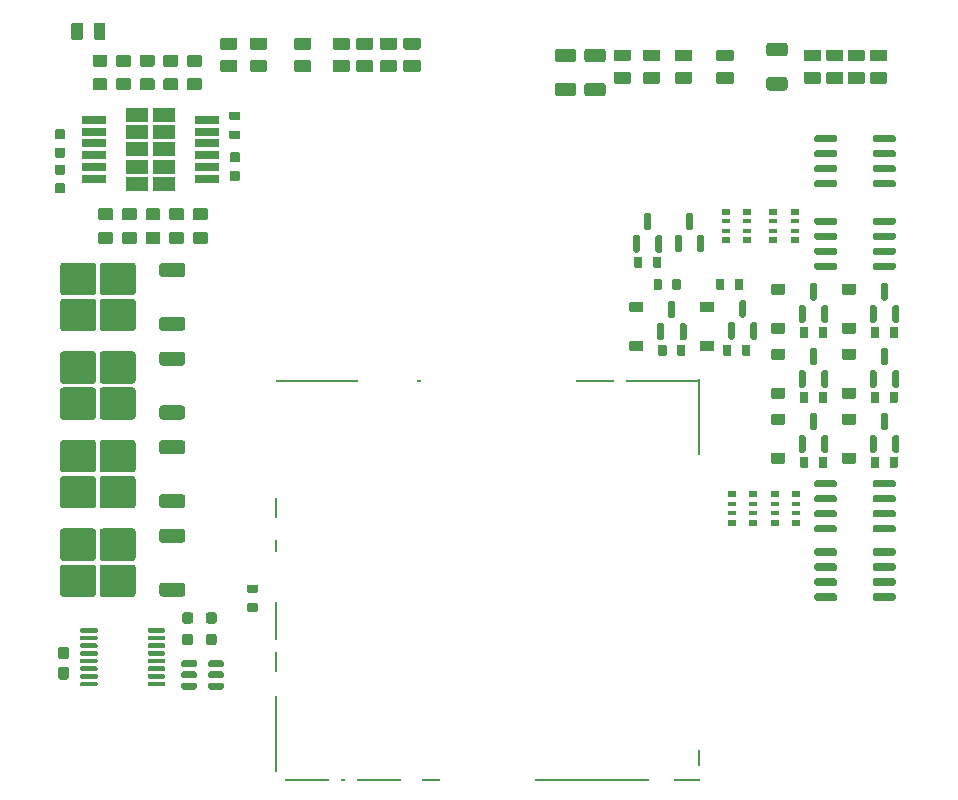
<source format=gtp>
G04 #@! TF.GenerationSoftware,KiCad,Pcbnew,7.0.7-7.0.7~ubuntu22.04.1*
G04 #@! TF.CreationDate,2023-09-10T07:26:43+00:00*
G04 #@! TF.ProjectId,hellen-112-17,68656c6c-656e-42d3-9131-322d31372e6b,B*
G04 #@! TF.SameCoordinates,Original*
G04 #@! TF.FileFunction,Paste,Top*
G04 #@! TF.FilePolarity,Positive*
%FSLAX46Y46*%
G04 Gerber Fmt 4.6, Leading zero omitted, Abs format (unit mm)*
G04 Created by KiCad (PCBNEW 7.0.7-7.0.7~ubuntu22.04.1) date 2023-09-10 07:26:43*
%MOMM*%
%LPD*%
G01*
G04 APERTURE LIST*
%ADD10R,1.950000X1.160000*%
%ADD11R,2.000000X0.650000*%
%ADD12R,0.800000X0.500000*%
%ADD13R,0.800000X0.400000*%
%ADD14R,2.300000X0.200000*%
%ADD15R,3.700000X0.200000*%
%ADD16R,0.400000X0.200000*%
%ADD17R,1.600000X0.200000*%
%ADD18R,9.700000X0.200000*%
%ADD19R,0.200000X1.400000*%
%ADD20R,0.200000X6.400000*%
%ADD21R,0.200000X1.700000*%
%ADD22R,0.200000X3.300000*%
%ADD23R,0.200000X1.000000*%
%ADD24R,0.200000X1.800000*%
%ADD25R,7.000000X0.200000*%
%ADD26R,3.300000X0.200000*%
%ADD27R,6.300000X0.200000*%
%ADD28O,0.000001X0.000001*%
G04 APERTURE END LIST*
G04 #@! TO.C,C13*
G36*
G01*
X22160000Y58255001D02*
X22840000Y58255001D01*
G75*
G02*
X22925000Y58170001I0J-85000D01*
G01*
X22925000Y57490001D01*
G75*
G02*
X22840000Y57405001I-85000J0D01*
G01*
X22160000Y57405001D01*
G75*
G02*
X22075000Y57490001I0J85000D01*
G01*
X22075000Y58170001D01*
G75*
G02*
X22160000Y58255001I85000J0D01*
G01*
G37*
G36*
G01*
X22160000Y56674999D02*
X22840000Y56674999D01*
G75*
G02*
X22925000Y56589999I0J-85000D01*
G01*
X22925000Y55909999D01*
G75*
G02*
X22840000Y55824999I-85000J0D01*
G01*
X22160000Y55824999D01*
G75*
G02*
X22075000Y55909999I0J85000D01*
G01*
X22075000Y56589999D01*
G75*
G02*
X22160000Y56674999I85000J0D01*
G01*
G37*
G04 #@! TD*
D10*
G04 #@! TO.C,U1*
X14250000Y61420000D03*
X14250000Y59960000D03*
X14250000Y58500000D03*
X14250000Y57040000D03*
X14250000Y55580000D03*
X16500000Y61420000D03*
X16500000Y59960000D03*
X16500000Y58500000D03*
X16500000Y57040000D03*
X16500000Y55580000D03*
D11*
X10575000Y61000000D03*
X10575000Y60000000D03*
X10575000Y59000000D03*
X10575000Y58000000D03*
X10575000Y57000000D03*
X10575000Y56000000D03*
X20175000Y56000000D03*
X20175000Y57000000D03*
X20175000Y58000000D03*
X20175000Y59000000D03*
X20175000Y60000000D03*
X20175000Y61000000D03*
G04 #@! TD*
G04 #@! TO.C,R13*
G36*
G01*
X32875000Y67950001D02*
X34125000Y67950001D01*
G75*
G02*
X34225000Y67850001I0J-100000D01*
G01*
X34225000Y67050001D01*
G75*
G02*
X34125000Y66950001I-100000J0D01*
G01*
X32875000Y66950001D01*
G75*
G02*
X32775000Y67050001I0J100000D01*
G01*
X32775000Y67850001D01*
G75*
G02*
X32875000Y67950001I100000J0D01*
G01*
G37*
G36*
G01*
X32875000Y66049979D02*
X34125000Y66049979D01*
G75*
G02*
X34225000Y65949979I0J-100000D01*
G01*
X34225000Y65149979D01*
G75*
G02*
X34125000Y65049979I-100000J0D01*
G01*
X32875000Y65049979D01*
G75*
G02*
X32775000Y65149979I0J100000D01*
G01*
X32775000Y65949979D01*
G75*
G02*
X32875000Y66049979I100000J0D01*
G01*
G37*
G04 #@! TD*
G04 #@! TO.C,C4*
G36*
G01*
X18100000Y50500000D02*
X17050000Y50500000D01*
G75*
G02*
X16950000Y50600000I0J100000D01*
G01*
X16950000Y51400000D01*
G75*
G02*
X17050000Y51500000I100000J0D01*
G01*
X18100000Y51500000D01*
G75*
G02*
X18200000Y51400000I0J-100000D01*
G01*
X18200000Y50600000D01*
G75*
G02*
X18100000Y50500000I-100000J0D01*
G01*
G37*
G36*
G01*
X18100000Y52500000D02*
X17050000Y52500000D01*
G75*
G02*
X16950000Y52600000I0J100000D01*
G01*
X16950000Y53400000D01*
G75*
G02*
X17050000Y53500000I100000J0D01*
G01*
X18100000Y53500000D01*
G75*
G02*
X18200000Y53400000I0J-100000D01*
G01*
X18200000Y52600000D01*
G75*
G02*
X18100000Y52500000I-100000J0D01*
G01*
G37*
G04 #@! TD*
G04 #@! TO.C,R11*
G36*
G01*
X8644999Y67875000D02*
X8644999Y69125000D01*
G75*
G02*
X8744999Y69225000I100000J0D01*
G01*
X9544999Y69225000D01*
G75*
G02*
X9644999Y69125000I0J-100000D01*
G01*
X9644999Y67875000D01*
G75*
G02*
X9544999Y67775000I-100000J0D01*
G01*
X8744999Y67775000D01*
G75*
G02*
X8644999Y67875000I0J100000D01*
G01*
G37*
G36*
G01*
X10545021Y67875000D02*
X10545021Y69125000D01*
G75*
G02*
X10645021Y69225000I100000J0D01*
G01*
X11445021Y69225000D01*
G75*
G02*
X11545021Y69125000I0J-100000D01*
G01*
X11545021Y67875000D01*
G75*
G02*
X11445021Y67775000I-100000J0D01*
G01*
X10645021Y67775000D01*
G75*
G02*
X10545021Y67875000I0J100000D01*
G01*
G37*
G04 #@! TD*
G04 #@! TO.C,C5*
G36*
G01*
X20100000Y50500000D02*
X19050000Y50500000D01*
G75*
G02*
X18950000Y50600000I0J100000D01*
G01*
X18950000Y51400000D01*
G75*
G02*
X19050000Y51500000I100000J0D01*
G01*
X20100000Y51500000D01*
G75*
G02*
X20200000Y51400000I0J-100000D01*
G01*
X20200000Y50600000D01*
G75*
G02*
X20100000Y50500000I-100000J0D01*
G01*
G37*
G36*
G01*
X20100000Y52500000D02*
X19050000Y52500000D01*
G75*
G02*
X18950000Y52600000I0J100000D01*
G01*
X18950000Y53400000D01*
G75*
G02*
X19050000Y53500000I100000J0D01*
G01*
X20100000Y53500000D01*
G75*
G02*
X20200000Y53400000I0J-100000D01*
G01*
X20200000Y52600000D01*
G75*
G02*
X20100000Y52500000I-100000J0D01*
G01*
G37*
G04 #@! TD*
G04 #@! TO.C,Q10*
G36*
G01*
X58700000Y42325000D02*
X58400000Y42325000D01*
G75*
G02*
X58250000Y42475000I0J150000D01*
G01*
X58250000Y43650000D01*
G75*
G02*
X58400000Y43800000I150000J0D01*
G01*
X58700000Y43800000D01*
G75*
G02*
X58850000Y43650000I0J-150000D01*
G01*
X58850000Y42475000D01*
G75*
G02*
X58700000Y42325000I-150000J0D01*
G01*
G37*
G36*
G01*
X59650000Y44200000D02*
X59350000Y44200000D01*
G75*
G02*
X59200000Y44350000I0J150000D01*
G01*
X59200000Y45525000D01*
G75*
G02*
X59350000Y45675000I150000J0D01*
G01*
X59650000Y45675000D01*
G75*
G02*
X59800000Y45525000I0J-150000D01*
G01*
X59800000Y44350000D01*
G75*
G02*
X59650000Y44200000I-150000J0D01*
G01*
G37*
G36*
G01*
X60600000Y42325000D02*
X60300000Y42325000D01*
G75*
G02*
X60150000Y42475000I0J150000D01*
G01*
X60150000Y43650000D01*
G75*
G02*
X60300000Y43800000I150000J0D01*
G01*
X60600000Y43800000D01*
G75*
G02*
X60750000Y43650000I0J-150000D01*
G01*
X60750000Y42475000D01*
G75*
G02*
X60600000Y42325000I-150000J0D01*
G01*
G37*
G04 #@! TD*
G04 #@! TO.C,R14*
G36*
G01*
X30875000Y67950001D02*
X32125000Y67950001D01*
G75*
G02*
X32225000Y67850001I0J-100000D01*
G01*
X32225000Y67050001D01*
G75*
G02*
X32125000Y66950001I-100000J0D01*
G01*
X30875000Y66950001D01*
G75*
G02*
X30775000Y67050001I0J100000D01*
G01*
X30775000Y67850001D01*
G75*
G02*
X30875000Y67950001I100000J0D01*
G01*
G37*
G36*
G01*
X30875000Y66049979D02*
X32125000Y66049979D01*
G75*
G02*
X32225000Y65949979I0J-100000D01*
G01*
X32225000Y65149979D01*
G75*
G02*
X32125000Y65049979I-100000J0D01*
G01*
X30875000Y65049979D01*
G75*
G02*
X30775000Y65149979I0J100000D01*
G01*
X30775000Y65949979D01*
G75*
G02*
X30875000Y66049979I100000J0D01*
G01*
G37*
G04 #@! TD*
G04 #@! TO.C,Q7*
G36*
G01*
X76700000Y38325000D02*
X76400000Y38325000D01*
G75*
G02*
X76250000Y38475000I0J150000D01*
G01*
X76250000Y39650000D01*
G75*
G02*
X76400000Y39800000I150000J0D01*
G01*
X76700000Y39800000D01*
G75*
G02*
X76850000Y39650000I0J-150000D01*
G01*
X76850000Y38475000D01*
G75*
G02*
X76700000Y38325000I-150000J0D01*
G01*
G37*
G36*
G01*
X77650000Y40200000D02*
X77350000Y40200000D01*
G75*
G02*
X77200000Y40350000I0J150000D01*
G01*
X77200000Y41525000D01*
G75*
G02*
X77350000Y41675000I150000J0D01*
G01*
X77650000Y41675000D01*
G75*
G02*
X77800000Y41525000I0J-150000D01*
G01*
X77800000Y40350000D01*
G75*
G02*
X77650000Y40200000I-150000J0D01*
G01*
G37*
G36*
G01*
X78600000Y38325000D02*
X78300000Y38325000D01*
G75*
G02*
X78150000Y38475000I0J150000D01*
G01*
X78150000Y39650000D01*
G75*
G02*
X78300000Y39800000I150000J0D01*
G01*
X78600000Y39800000D01*
G75*
G02*
X78750000Y39650000I0J-150000D01*
G01*
X78750000Y38475000D01*
G75*
G02*
X78600000Y38325000I-150000J0D01*
G01*
G37*
G04 #@! TD*
G04 #@! TO.C,Q9*
G36*
G01*
X64700000Y42387500D02*
X64400000Y42387500D01*
G75*
G02*
X64250000Y42537500I0J150000D01*
G01*
X64250000Y43712500D01*
G75*
G02*
X64400000Y43862500I150000J0D01*
G01*
X64700000Y43862500D01*
G75*
G02*
X64850000Y43712500I0J-150000D01*
G01*
X64850000Y42537500D01*
G75*
G02*
X64700000Y42387500I-150000J0D01*
G01*
G37*
G36*
G01*
X65650000Y44262500D02*
X65350000Y44262500D01*
G75*
G02*
X65200000Y44412500I0J150000D01*
G01*
X65200000Y45587500D01*
G75*
G02*
X65350000Y45737500I150000J0D01*
G01*
X65650000Y45737500D01*
G75*
G02*
X65800000Y45587500I0J-150000D01*
G01*
X65800000Y44412500D01*
G75*
G02*
X65650000Y44262500I-150000J0D01*
G01*
G37*
G36*
G01*
X66600000Y42387500D02*
X66300000Y42387500D01*
G75*
G02*
X66150000Y42537500I0J150000D01*
G01*
X66150000Y43712500D01*
G75*
G02*
X66300000Y43862500I150000J0D01*
G01*
X66600000Y43862500D01*
G75*
G02*
X66750000Y43712500I0J-150000D01*
G01*
X66750000Y42537500D01*
G75*
G02*
X66600000Y42387500I-150000J0D01*
G01*
G37*
G04 #@! TD*
G04 #@! TO.C,C12*
G36*
G01*
X8040000Y54784999D02*
X7360000Y54784999D01*
G75*
G02*
X7275000Y54869999I0J85000D01*
G01*
X7275000Y55549999D01*
G75*
G02*
X7360000Y55634999I85000J0D01*
G01*
X8040000Y55634999D01*
G75*
G02*
X8125000Y55549999I0J-85000D01*
G01*
X8125000Y54869999D01*
G75*
G02*
X8040000Y54784999I-85000J0D01*
G01*
G37*
G36*
G01*
X8040000Y56365001D02*
X7360000Y56365001D01*
G75*
G02*
X7275000Y56450001I0J85000D01*
G01*
X7275000Y57130001D01*
G75*
G02*
X7360000Y57215001I85000J0D01*
G01*
X8040000Y57215001D01*
G75*
G02*
X8125000Y57130001I0J-85000D01*
G01*
X8125000Y56450001D01*
G75*
G02*
X8040000Y56365001I-85000J0D01*
G01*
G37*
G04 #@! TD*
G04 #@! TO.C,U11*
G36*
G01*
X71550000Y52255000D02*
X71550000Y52555000D01*
G75*
G02*
X71700000Y52705000I150000J0D01*
G01*
X73350000Y52705000D01*
G75*
G02*
X73500000Y52555000I0J-150000D01*
G01*
X73500000Y52255000D01*
G75*
G02*
X73350000Y52105000I-150000J0D01*
G01*
X71700000Y52105000D01*
G75*
G02*
X71550000Y52255000I0J150000D01*
G01*
G37*
G36*
G01*
X71550000Y50985000D02*
X71550000Y51285000D01*
G75*
G02*
X71700000Y51435000I150000J0D01*
G01*
X73350000Y51435000D01*
G75*
G02*
X73500000Y51285000I0J-150000D01*
G01*
X73500000Y50985000D01*
G75*
G02*
X73350000Y50835000I-150000J0D01*
G01*
X71700000Y50835000D01*
G75*
G02*
X71550000Y50985000I0J150000D01*
G01*
G37*
G36*
G01*
X71550000Y49715000D02*
X71550000Y50015000D01*
G75*
G02*
X71700000Y50165000I150000J0D01*
G01*
X73350000Y50165000D01*
G75*
G02*
X73500000Y50015000I0J-150000D01*
G01*
X73500000Y49715000D01*
G75*
G02*
X73350000Y49565000I-150000J0D01*
G01*
X71700000Y49565000D01*
G75*
G02*
X71550000Y49715000I0J150000D01*
G01*
G37*
G36*
G01*
X71550000Y48445000D02*
X71550000Y48745000D01*
G75*
G02*
X71700000Y48895000I150000J0D01*
G01*
X73350000Y48895000D01*
G75*
G02*
X73500000Y48745000I0J-150000D01*
G01*
X73500000Y48445000D01*
G75*
G02*
X73350000Y48295000I-150000J0D01*
G01*
X71700000Y48295000D01*
G75*
G02*
X71550000Y48445000I0J150000D01*
G01*
G37*
G36*
G01*
X76500000Y48445000D02*
X76500000Y48745000D01*
G75*
G02*
X76650000Y48895000I150000J0D01*
G01*
X78300000Y48895000D01*
G75*
G02*
X78450000Y48745000I0J-150000D01*
G01*
X78450000Y48445000D01*
G75*
G02*
X78300000Y48295000I-150000J0D01*
G01*
X76650000Y48295000D01*
G75*
G02*
X76500000Y48445000I0J150000D01*
G01*
G37*
G36*
G01*
X76500000Y49715000D02*
X76500000Y50015000D01*
G75*
G02*
X76650000Y50165000I150000J0D01*
G01*
X78300000Y50165000D01*
G75*
G02*
X78450000Y50015000I0J-150000D01*
G01*
X78450000Y49715000D01*
G75*
G02*
X78300000Y49565000I-150000J0D01*
G01*
X76650000Y49565000D01*
G75*
G02*
X76500000Y49715000I0J150000D01*
G01*
G37*
G36*
G01*
X76500000Y50985000D02*
X76500000Y51285000D01*
G75*
G02*
X76650000Y51435000I150000J0D01*
G01*
X78300000Y51435000D01*
G75*
G02*
X78450000Y51285000I0J-150000D01*
G01*
X78450000Y50985000D01*
G75*
G02*
X78300000Y50835000I-150000J0D01*
G01*
X76650000Y50835000D01*
G75*
G02*
X76500000Y50985000I0J150000D01*
G01*
G37*
G36*
G01*
X76500000Y52255000D02*
X76500000Y52555000D01*
G75*
G02*
X76650000Y52705000I150000J0D01*
G01*
X78300000Y52705000D01*
G75*
G02*
X78450000Y52555000I0J-150000D01*
G01*
X78450000Y52255000D01*
G75*
G02*
X78300000Y52105000I-150000J0D01*
G01*
X76650000Y52105000D01*
G75*
G02*
X76500000Y52255000I0J150000D01*
G01*
G37*
G04 #@! TD*
G04 #@! TO.C,R38*
G36*
G01*
X58350000Y41110000D02*
X58350000Y41890000D01*
G75*
G02*
X58420000Y41960000I70000J0D01*
G01*
X58980000Y41960000D01*
G75*
G02*
X59050000Y41890000I0J-70000D01*
G01*
X59050000Y41110000D01*
G75*
G02*
X58980000Y41040000I-70000J0D01*
G01*
X58420000Y41040000D01*
G75*
G02*
X58350000Y41110000I0J70000D01*
G01*
G37*
G36*
G01*
X59950000Y41110000D02*
X59950000Y41890000D01*
G75*
G02*
X60020000Y41960000I70000J0D01*
G01*
X60580000Y41960000D01*
G75*
G02*
X60650000Y41890000I0J-70000D01*
G01*
X60650000Y41110000D01*
G75*
G02*
X60580000Y41040000I-70000J0D01*
G01*
X60020000Y41040000D01*
G75*
G02*
X59950000Y41110000I0J70000D01*
G01*
G37*
G04 #@! TD*
G04 #@! TO.C,R40*
G36*
G01*
X76350000Y31610000D02*
X76350000Y32390000D01*
G75*
G02*
X76420000Y32460000I70000J0D01*
G01*
X76980000Y32460000D01*
G75*
G02*
X77050000Y32390000I0J-70000D01*
G01*
X77050000Y31610000D01*
G75*
G02*
X76980000Y31540000I-70000J0D01*
G01*
X76420000Y31540000D01*
G75*
G02*
X76350000Y31610000I0J70000D01*
G01*
G37*
G36*
G01*
X77950000Y31610000D02*
X77950000Y32390000D01*
G75*
G02*
X78020000Y32460000I70000J0D01*
G01*
X78580000Y32460000D01*
G75*
G02*
X78650000Y32390000I0J-70000D01*
G01*
X78650000Y31610000D01*
G75*
G02*
X78580000Y31540000I-70000J0D01*
G01*
X78020000Y31540000D01*
G75*
G02*
X77950000Y31610000I0J70000D01*
G01*
G37*
G04 #@! TD*
G04 #@! TO.C,Q8*
G36*
G01*
X56650000Y49762500D02*
X56350000Y49762500D01*
G75*
G02*
X56200000Y49912500I0J150000D01*
G01*
X56200000Y51087500D01*
G75*
G02*
X56350000Y51237500I150000J0D01*
G01*
X56650000Y51237500D01*
G75*
G02*
X56800000Y51087500I0J-150000D01*
G01*
X56800000Y49912500D01*
G75*
G02*
X56650000Y49762500I-150000J0D01*
G01*
G37*
G36*
G01*
X57600000Y51637500D02*
X57300000Y51637500D01*
G75*
G02*
X57150000Y51787500I0J150000D01*
G01*
X57150000Y52962500D01*
G75*
G02*
X57300000Y53112500I150000J0D01*
G01*
X57600000Y53112500D01*
G75*
G02*
X57750000Y52962500I0J-150000D01*
G01*
X57750000Y51787500D01*
G75*
G02*
X57600000Y51637500I-150000J0D01*
G01*
G37*
G36*
G01*
X58550000Y49762500D02*
X58250000Y49762500D01*
G75*
G02*
X58100000Y49912500I0J150000D01*
G01*
X58100000Y51087500D01*
G75*
G02*
X58250000Y51237500I150000J0D01*
G01*
X58550000Y51237500D01*
G75*
G02*
X58700000Y51087500I0J-150000D01*
G01*
X58700000Y49912500D01*
G75*
G02*
X58550000Y49762500I-150000J0D01*
G01*
G37*
G04 #@! TD*
G04 #@! TO.C,R12*
G36*
G01*
X21375000Y67950001D02*
X22625000Y67950001D01*
G75*
G02*
X22725000Y67850001I0J-100000D01*
G01*
X22725000Y67050001D01*
G75*
G02*
X22625000Y66950001I-100000J0D01*
G01*
X21375000Y66950001D01*
G75*
G02*
X21275000Y67050001I0J100000D01*
G01*
X21275000Y67850001D01*
G75*
G02*
X21375000Y67950001I100000J0D01*
G01*
G37*
G36*
G01*
X21375000Y66049979D02*
X22625000Y66049979D01*
G75*
G02*
X22725000Y65949979I0J-100000D01*
G01*
X22725000Y65149979D01*
G75*
G02*
X22625000Y65049979I-100000J0D01*
G01*
X21375000Y65049979D01*
G75*
G02*
X21275000Y65149979I0J100000D01*
G01*
X21275000Y65949979D01*
G75*
G02*
X21375000Y66049979I100000J0D01*
G01*
G37*
G04 #@! TD*
G04 #@! TO.C,F2*
G36*
G01*
X52100000Y66105010D02*
X52100000Y66795010D01*
G75*
G02*
X52330000Y67025010I230000J0D01*
G01*
X53670000Y67025010D01*
G75*
G02*
X53900000Y66795010I0J-230000D01*
G01*
X53900000Y66105010D01*
G75*
G02*
X53670000Y65875010I-230000J0D01*
G01*
X52330000Y65875010D01*
G75*
G02*
X52100000Y66105010I0J230000D01*
G01*
G37*
G36*
G01*
X52100000Y63204990D02*
X52100000Y63894990D01*
G75*
G02*
X52330000Y64124990I230000J0D01*
G01*
X53670000Y64124990D01*
G75*
G02*
X53900000Y63894990I0J-230000D01*
G01*
X53900000Y63204990D01*
G75*
G02*
X53670000Y62974990I-230000J0D01*
G01*
X52330000Y62974990D01*
G75*
G02*
X52100000Y63204990I0J230000D01*
G01*
G37*
G04 #@! TD*
G04 #@! TO.C,R33*
G36*
G01*
X76350000Y42610000D02*
X76350000Y43390000D01*
G75*
G02*
X76420000Y43460000I70000J0D01*
G01*
X76980000Y43460000D01*
G75*
G02*
X77050000Y43390000I0J-70000D01*
G01*
X77050000Y42610000D01*
G75*
G02*
X76980000Y42540000I-70000J0D01*
G01*
X76420000Y42540000D01*
G75*
G02*
X76350000Y42610000I0J70000D01*
G01*
G37*
G36*
G01*
X77950000Y42610000D02*
X77950000Y43390000D01*
G75*
G02*
X78020000Y43460000I70000J0D01*
G01*
X78580000Y43460000D01*
G75*
G02*
X78650000Y43390000I0J-70000D01*
G01*
X78650000Y42610000D01*
G75*
G02*
X78580000Y42540000I-70000J0D01*
G01*
X78020000Y42540000D01*
G75*
G02*
X77950000Y42610000I0J70000D01*
G01*
G37*
G04 #@! TD*
G04 #@! TO.C,R41*
G36*
G01*
X70350000Y31610000D02*
X70350000Y32390000D01*
G75*
G02*
X70420000Y32460000I70000J0D01*
G01*
X70980000Y32460000D01*
G75*
G02*
X71050000Y32390000I0J-70000D01*
G01*
X71050000Y31610000D01*
G75*
G02*
X70980000Y31540000I-70000J0D01*
G01*
X70420000Y31540000D01*
G75*
G02*
X70350000Y31610000I0J70000D01*
G01*
G37*
G36*
G01*
X71950000Y31610000D02*
X71950000Y32390000D01*
G75*
G02*
X72020000Y32460000I70000J0D01*
G01*
X72580000Y32460000D01*
G75*
G02*
X72650000Y32390000I0J-70000D01*
G01*
X72650000Y31610000D01*
G75*
G02*
X72580000Y31540000I-70000J0D01*
G01*
X72020000Y31540000D01*
G75*
G02*
X71950000Y31610000I0J70000D01*
G01*
G37*
G04 #@! TD*
G04 #@! TO.C,R15*
G36*
G01*
X27625000Y67950001D02*
X28875000Y67950001D01*
G75*
G02*
X28975000Y67850001I0J-100000D01*
G01*
X28975000Y67050001D01*
G75*
G02*
X28875000Y66950001I-100000J0D01*
G01*
X27625000Y66950001D01*
G75*
G02*
X27525000Y67050001I0J100000D01*
G01*
X27525000Y67850001D01*
G75*
G02*
X27625000Y67950001I100000J0D01*
G01*
G37*
G36*
G01*
X27625000Y66049979D02*
X28875000Y66049979D01*
G75*
G02*
X28975000Y65949979I0J-100000D01*
G01*
X28975000Y65149979D01*
G75*
G02*
X28875000Y65049979I-100000J0D01*
G01*
X27625000Y65049979D01*
G75*
G02*
X27525000Y65149979I0J100000D01*
G01*
X27525000Y65949979D01*
G75*
G02*
X27625000Y66049979I100000J0D01*
G01*
G37*
G04 #@! TD*
G04 #@! TO.C,C14*
G36*
G01*
X7762500Y16400000D02*
X8237500Y16400000D01*
G75*
G02*
X8475000Y16162500I0J-237500D01*
G01*
X8475000Y15562500D01*
G75*
G02*
X8237500Y15325000I-237500J0D01*
G01*
X7762500Y15325000D01*
G75*
G02*
X7525000Y15562500I0J237500D01*
G01*
X7525000Y16162500D01*
G75*
G02*
X7762500Y16400000I237500J0D01*
G01*
G37*
G36*
G01*
X7762500Y14675000D02*
X8237500Y14675000D01*
G75*
G02*
X8475000Y14437500I0J-237500D01*
G01*
X8475000Y13837500D01*
G75*
G02*
X8237500Y13600000I-237500J0D01*
G01*
X7762500Y13600000D01*
G75*
G02*
X7525000Y13837500I0J237500D01*
G01*
X7525000Y14437500D01*
G75*
G02*
X7762500Y14675000I237500J0D01*
G01*
G37*
G04 #@! TD*
G04 #@! TO.C,F1*
G36*
G01*
X67500000Y66605010D02*
X67500000Y67295010D01*
G75*
G02*
X67730000Y67525010I230000J0D01*
G01*
X69070000Y67525010D01*
G75*
G02*
X69300000Y67295010I0J-230000D01*
G01*
X69300000Y66605010D01*
G75*
G02*
X69070000Y66375010I-230000J0D01*
G01*
X67730000Y66375010D01*
G75*
G02*
X67500000Y66605010I0J230000D01*
G01*
G37*
G36*
G01*
X67500000Y63704990D02*
X67500000Y64394990D01*
G75*
G02*
X67730000Y64624990I230000J0D01*
G01*
X69070000Y64624990D01*
G75*
G02*
X69300000Y64394990I0J-230000D01*
G01*
X69300000Y63704990D01*
G75*
G02*
X69070000Y63474990I-230000J0D01*
G01*
X67730000Y63474990D01*
G75*
G02*
X67500000Y63704990I0J230000D01*
G01*
G37*
G04 #@! TD*
D12*
G04 #@! TO.C,R45*
X70000000Y26900000D03*
D13*
X70000000Y27700000D03*
X70000000Y28500000D03*
D12*
X70000000Y29300000D03*
X68200000Y29300000D03*
D13*
X68200000Y28500000D03*
X68200000Y27700000D03*
D12*
X68200000Y26900000D03*
G04 #@! TD*
G04 #@! TO.C,U5*
G36*
G01*
X71550000Y24255000D02*
X71550000Y24555000D01*
G75*
G02*
X71700000Y24705000I150000J0D01*
G01*
X73350000Y24705000D01*
G75*
G02*
X73500000Y24555000I0J-150000D01*
G01*
X73500000Y24255000D01*
G75*
G02*
X73350000Y24105000I-150000J0D01*
G01*
X71700000Y24105000D01*
G75*
G02*
X71550000Y24255000I0J150000D01*
G01*
G37*
G36*
G01*
X71550000Y22985000D02*
X71550000Y23285000D01*
G75*
G02*
X71700000Y23435000I150000J0D01*
G01*
X73350000Y23435000D01*
G75*
G02*
X73500000Y23285000I0J-150000D01*
G01*
X73500000Y22985000D01*
G75*
G02*
X73350000Y22835000I-150000J0D01*
G01*
X71700000Y22835000D01*
G75*
G02*
X71550000Y22985000I0J150000D01*
G01*
G37*
G36*
G01*
X71550000Y21715000D02*
X71550000Y22015000D01*
G75*
G02*
X71700000Y22165000I150000J0D01*
G01*
X73350000Y22165000D01*
G75*
G02*
X73500000Y22015000I0J-150000D01*
G01*
X73500000Y21715000D01*
G75*
G02*
X73350000Y21565000I-150000J0D01*
G01*
X71700000Y21565000D01*
G75*
G02*
X71550000Y21715000I0J150000D01*
G01*
G37*
G36*
G01*
X71550000Y20445000D02*
X71550000Y20745000D01*
G75*
G02*
X71700000Y20895000I150000J0D01*
G01*
X73350000Y20895000D01*
G75*
G02*
X73500000Y20745000I0J-150000D01*
G01*
X73500000Y20445000D01*
G75*
G02*
X73350000Y20295000I-150000J0D01*
G01*
X71700000Y20295000D01*
G75*
G02*
X71550000Y20445000I0J150000D01*
G01*
G37*
G36*
G01*
X76500000Y20445000D02*
X76500000Y20745000D01*
G75*
G02*
X76650000Y20895000I150000J0D01*
G01*
X78300000Y20895000D01*
G75*
G02*
X78450000Y20745000I0J-150000D01*
G01*
X78450000Y20445000D01*
G75*
G02*
X78300000Y20295000I-150000J0D01*
G01*
X76650000Y20295000D01*
G75*
G02*
X76500000Y20445000I0J150000D01*
G01*
G37*
G36*
G01*
X76500000Y21715000D02*
X76500000Y22015000D01*
G75*
G02*
X76650000Y22165000I150000J0D01*
G01*
X78300000Y22165000D01*
G75*
G02*
X78450000Y22015000I0J-150000D01*
G01*
X78450000Y21715000D01*
G75*
G02*
X78300000Y21565000I-150000J0D01*
G01*
X76650000Y21565000D01*
G75*
G02*
X76500000Y21715000I0J150000D01*
G01*
G37*
G36*
G01*
X76500000Y22985000D02*
X76500000Y23285000D01*
G75*
G02*
X76650000Y23435000I150000J0D01*
G01*
X78300000Y23435000D01*
G75*
G02*
X78450000Y23285000I0J-150000D01*
G01*
X78450000Y22985000D01*
G75*
G02*
X78300000Y22835000I-150000J0D01*
G01*
X76650000Y22835000D01*
G75*
G02*
X76500000Y22985000I0J150000D01*
G01*
G37*
G36*
G01*
X76500000Y24255000D02*
X76500000Y24555000D01*
G75*
G02*
X76650000Y24705000I150000J0D01*
G01*
X78300000Y24705000D01*
G75*
G02*
X78450000Y24555000I0J-150000D01*
G01*
X78450000Y24255000D01*
G75*
G02*
X78300000Y24105000I-150000J0D01*
G01*
X76650000Y24105000D01*
G75*
G02*
X76500000Y24255000I0J150000D01*
G01*
G37*
G04 #@! TD*
G04 #@! TO.C,Q12*
G36*
G01*
X76700000Y32825000D02*
X76400000Y32825000D01*
G75*
G02*
X76250000Y32975000I0J150000D01*
G01*
X76250000Y34150000D01*
G75*
G02*
X76400000Y34300000I150000J0D01*
G01*
X76700000Y34300000D01*
G75*
G02*
X76850000Y34150000I0J-150000D01*
G01*
X76850000Y32975000D01*
G75*
G02*
X76700000Y32825000I-150000J0D01*
G01*
G37*
G36*
G01*
X77650000Y34700000D02*
X77350000Y34700000D01*
G75*
G02*
X77200000Y34850000I0J150000D01*
G01*
X77200000Y36025000D01*
G75*
G02*
X77350000Y36175000I150000J0D01*
G01*
X77650000Y36175000D01*
G75*
G02*
X77800000Y36025000I0J-150000D01*
G01*
X77800000Y34850000D01*
G75*
G02*
X77650000Y34700000I-150000J0D01*
G01*
G37*
G36*
G01*
X78600000Y32825000D02*
X78300000Y32825000D01*
G75*
G02*
X78150000Y32975000I0J150000D01*
G01*
X78150000Y34150000D01*
G75*
G02*
X78300000Y34300000I150000J0D01*
G01*
X78600000Y34300000D01*
G75*
G02*
X78750000Y34150000I0J-150000D01*
G01*
X78750000Y32975000D01*
G75*
G02*
X78600000Y32825000I-150000J0D01*
G01*
G37*
G04 #@! TD*
G04 #@! TO.C,Q11*
G36*
G01*
X70700000Y43825000D02*
X70400000Y43825000D01*
G75*
G02*
X70250000Y43975000I0J150000D01*
G01*
X70250000Y45150000D01*
G75*
G02*
X70400000Y45300000I150000J0D01*
G01*
X70700000Y45300000D01*
G75*
G02*
X70850000Y45150000I0J-150000D01*
G01*
X70850000Y43975000D01*
G75*
G02*
X70700000Y43825000I-150000J0D01*
G01*
G37*
G36*
G01*
X71650000Y45700000D02*
X71350000Y45700000D01*
G75*
G02*
X71200000Y45850000I0J150000D01*
G01*
X71200000Y47025000D01*
G75*
G02*
X71350000Y47175000I150000J0D01*
G01*
X71650000Y47175000D01*
G75*
G02*
X71800000Y47025000I0J-150000D01*
G01*
X71800000Y45850000D01*
G75*
G02*
X71650000Y45700000I-150000J0D01*
G01*
G37*
G36*
G01*
X72600000Y43825000D02*
X72300000Y43825000D01*
G75*
G02*
X72150000Y43975000I0J150000D01*
G01*
X72150000Y45150000D01*
G75*
G02*
X72300000Y45300000I150000J0D01*
G01*
X72600000Y45300000D01*
G75*
G02*
X72750000Y45150000I0J-150000D01*
G01*
X72750000Y43975000D01*
G75*
G02*
X72600000Y43825000I-150000J0D01*
G01*
G37*
G04 #@! TD*
G04 #@! TO.C,Q5*
G36*
G01*
X76700000Y43825000D02*
X76400000Y43825000D01*
G75*
G02*
X76250000Y43975000I0J150000D01*
G01*
X76250000Y45150000D01*
G75*
G02*
X76400000Y45300000I150000J0D01*
G01*
X76700000Y45300000D01*
G75*
G02*
X76850000Y45150000I0J-150000D01*
G01*
X76850000Y43975000D01*
G75*
G02*
X76700000Y43825000I-150000J0D01*
G01*
G37*
G36*
G01*
X77650000Y45700000D02*
X77350000Y45700000D01*
G75*
G02*
X77200000Y45850000I0J150000D01*
G01*
X77200000Y47025000D01*
G75*
G02*
X77350000Y47175000I150000J0D01*
G01*
X77650000Y47175000D01*
G75*
G02*
X77800000Y47025000I0J-150000D01*
G01*
X77800000Y45850000D01*
G75*
G02*
X77650000Y45700000I-150000J0D01*
G01*
G37*
G36*
G01*
X78600000Y43825000D02*
X78300000Y43825000D01*
G75*
G02*
X78150000Y43975000I0J150000D01*
G01*
X78150000Y45150000D01*
G75*
G02*
X78300000Y45300000I150000J0D01*
G01*
X78600000Y45300000D01*
G75*
G02*
X78750000Y45150000I0J-150000D01*
G01*
X78750000Y43975000D01*
G75*
G02*
X78600000Y43825000I-150000J0D01*
G01*
G37*
G04 #@! TD*
G04 #@! TO.C,C11*
G36*
G01*
X7360000Y60215001D02*
X8040000Y60215001D01*
G75*
G02*
X8125000Y60130001I0J-85000D01*
G01*
X8125000Y59450001D01*
G75*
G02*
X8040000Y59365001I-85000J0D01*
G01*
X7360000Y59365001D01*
G75*
G02*
X7275000Y59450001I0J85000D01*
G01*
X7275000Y60130001D01*
G75*
G02*
X7360000Y60215001I85000J0D01*
G01*
G37*
G36*
G01*
X7360000Y58634999D02*
X8040000Y58634999D01*
G75*
G02*
X8125000Y58549999I0J-85000D01*
G01*
X8125000Y57869999D01*
G75*
G02*
X8040000Y57784999I-85000J0D01*
G01*
X7360000Y57784999D01*
G75*
G02*
X7275000Y57869999I0J85000D01*
G01*
X7275000Y58549999D01*
G75*
G02*
X7360000Y58634999I85000J0D01*
G01*
G37*
G04 #@! TD*
G04 #@! TO.C,D5*
G36*
G01*
X63010000Y41400000D02*
X61990000Y41400000D01*
G75*
G02*
X61900000Y41490000I0J90000D01*
G01*
X61900000Y42210000D01*
G75*
G02*
X61990000Y42300000I90000J0D01*
G01*
X63010000Y42300000D01*
G75*
G02*
X63100000Y42210000I0J-90000D01*
G01*
X63100000Y41490000D01*
G75*
G02*
X63010000Y41400000I-90000J0D01*
G01*
G37*
G36*
G01*
X63010000Y44700000D02*
X61990000Y44700000D01*
G75*
G02*
X61900000Y44790000I0J90000D01*
G01*
X61900000Y45510000D01*
G75*
G02*
X61990000Y45600000I90000J0D01*
G01*
X63010000Y45600000D01*
G75*
G02*
X63100000Y45510000I0J-90000D01*
G01*
X63100000Y44790000D01*
G75*
G02*
X63010000Y44700000I-90000J0D01*
G01*
G37*
G04 #@! TD*
G04 #@! TO.C,Q2*
G36*
G01*
X18300000Y29070000D02*
X18300000Y28370000D01*
G75*
G02*
X18050000Y28120000I-250000J0D01*
G01*
X16350000Y28120000D01*
G75*
G02*
X16100000Y28370000I0J250000D01*
G01*
X16100000Y29070000D01*
G75*
G02*
X16350000Y29320000I250000J0D01*
G01*
X18050000Y29320000D01*
G75*
G02*
X18300000Y29070000I0J-250000D01*
G01*
G37*
G36*
G01*
X14100000Y30600000D02*
X14100000Y28350000D01*
G75*
G02*
X13850000Y28100000I-250000J0D01*
G01*
X11300000Y28100000D01*
G75*
G02*
X11050000Y28350000I0J250000D01*
G01*
X11050000Y30600000D01*
G75*
G02*
X11300000Y30850000I250000J0D01*
G01*
X13850000Y30850000D01*
G75*
G02*
X14100000Y30600000I0J-250000D01*
G01*
G37*
G36*
G01*
X14100000Y33650000D02*
X14100000Y31400000D01*
G75*
G02*
X13850000Y31150000I-250000J0D01*
G01*
X11300000Y31150000D01*
G75*
G02*
X11050000Y31400000I0J250000D01*
G01*
X11050000Y33650000D01*
G75*
G02*
X11300000Y33900000I250000J0D01*
G01*
X13850000Y33900000D01*
G75*
G02*
X14100000Y33650000I0J-250000D01*
G01*
G37*
G36*
G01*
X10750000Y30600000D02*
X10750000Y28350000D01*
G75*
G02*
X10500000Y28100000I-250000J0D01*
G01*
X7950000Y28100000D01*
G75*
G02*
X7700000Y28350000I0J250000D01*
G01*
X7700000Y30600000D01*
G75*
G02*
X7950000Y30850000I250000J0D01*
G01*
X10500000Y30850000D01*
G75*
G02*
X10750000Y30600000I0J-250000D01*
G01*
G37*
G36*
G01*
X10750000Y33650000D02*
X10750000Y31400000D01*
G75*
G02*
X10500000Y31150000I-250000J0D01*
G01*
X7950000Y31150000D01*
G75*
G02*
X7700000Y31400000I0J250000D01*
G01*
X7700000Y33650000D01*
G75*
G02*
X7950000Y33900000I250000J0D01*
G01*
X10500000Y33900000D01*
G75*
G02*
X10750000Y33650000I0J-250000D01*
G01*
G37*
G36*
G01*
X18300000Y33630000D02*
X18300000Y32930000D01*
G75*
G02*
X18050000Y32680000I-250000J0D01*
G01*
X16350000Y32680000D01*
G75*
G02*
X16100000Y32930000I0J250000D01*
G01*
X16100000Y33630000D01*
G75*
G02*
X16350000Y33880000I250000J0D01*
G01*
X18050000Y33880000D01*
G75*
G02*
X18300000Y33630000I0J-250000D01*
G01*
G37*
G04 #@! TD*
G04 #@! TO.C,R20*
G36*
G01*
X18737500Y16512500D02*
X18262500Y16512500D01*
G75*
G02*
X18025000Y16750000I0J237500D01*
G01*
X18025000Y17250000D01*
G75*
G02*
X18262500Y17487500I237500J0D01*
G01*
X18737500Y17487500D01*
G75*
G02*
X18975000Y17250000I0J-237500D01*
G01*
X18975000Y16750000D01*
G75*
G02*
X18737500Y16512500I-237500J0D01*
G01*
G37*
G36*
G01*
X18737500Y18337500D02*
X18262500Y18337500D01*
G75*
G02*
X18025000Y18575000I0J237500D01*
G01*
X18025000Y19075000D01*
G75*
G02*
X18262500Y19312500I237500J0D01*
G01*
X18737500Y19312500D01*
G75*
G02*
X18975000Y19075000I0J-237500D01*
G01*
X18975000Y18575000D01*
G75*
G02*
X18737500Y18337500I-237500J0D01*
G01*
G37*
G04 #@! TD*
G04 #@! TO.C,R39*
G36*
G01*
X70350000Y42610000D02*
X70350000Y43390000D01*
G75*
G02*
X70420000Y43460000I70000J0D01*
G01*
X70980000Y43460000D01*
G75*
G02*
X71050000Y43390000I0J-70000D01*
G01*
X71050000Y42610000D01*
G75*
G02*
X70980000Y42540000I-70000J0D01*
G01*
X70420000Y42540000D01*
G75*
G02*
X70350000Y42610000I0J70000D01*
G01*
G37*
G36*
G01*
X71950000Y42610000D02*
X71950000Y43390000D01*
G75*
G02*
X72020000Y43460000I70000J0D01*
G01*
X72580000Y43460000D01*
G75*
G02*
X72650000Y43390000I0J-70000D01*
G01*
X72650000Y42610000D01*
G75*
G02*
X72580000Y42540000I-70000J0D01*
G01*
X72020000Y42540000D01*
G75*
G02*
X71950000Y42610000I0J70000D01*
G01*
G37*
G04 #@! TD*
G04 #@! TO.C,R36*
G36*
G01*
X56300000Y48547500D02*
X56300000Y49327500D01*
G75*
G02*
X56370000Y49397500I70000J0D01*
G01*
X56930000Y49397500D01*
G75*
G02*
X57000000Y49327500I0J-70000D01*
G01*
X57000000Y48547500D01*
G75*
G02*
X56930000Y48477500I-70000J0D01*
G01*
X56370000Y48477500D01*
G75*
G02*
X56300000Y48547500I0J70000D01*
G01*
G37*
G36*
G01*
X57900000Y48547500D02*
X57900000Y49327500D01*
G75*
G02*
X57970000Y49397500I70000J0D01*
G01*
X58530000Y49397500D01*
G75*
G02*
X58600000Y49327500I0J-70000D01*
G01*
X58600000Y48547500D01*
G75*
G02*
X58530000Y48477500I-70000J0D01*
G01*
X57970000Y48477500D01*
G75*
G02*
X57900000Y48547500I0J70000D01*
G01*
G37*
G04 #@! TD*
G04 #@! TO.C,R44*
X64600000Y29300000D03*
D13*
X64600000Y28500000D03*
X64600000Y27700000D03*
D12*
X64600000Y26900000D03*
X66400000Y26900000D03*
D13*
X66400000Y27700000D03*
X66400000Y28500000D03*
D12*
X66400000Y29300000D03*
G04 #@! TD*
G04 #@! TO.C,Q13*
G36*
G01*
X70700000Y32825000D02*
X70400000Y32825000D01*
G75*
G02*
X70250000Y32975000I0J150000D01*
G01*
X70250000Y34150000D01*
G75*
G02*
X70400000Y34300000I150000J0D01*
G01*
X70700000Y34300000D01*
G75*
G02*
X70850000Y34150000I0J-150000D01*
G01*
X70850000Y32975000D01*
G75*
G02*
X70700000Y32825000I-150000J0D01*
G01*
G37*
G36*
G01*
X71650000Y34700000D02*
X71350000Y34700000D01*
G75*
G02*
X71200000Y34850000I0J150000D01*
G01*
X71200000Y36025000D01*
G75*
G02*
X71350000Y36175000I150000J0D01*
G01*
X71650000Y36175000D01*
G75*
G02*
X71800000Y36025000I0J-150000D01*
G01*
X71800000Y34850000D01*
G75*
G02*
X71650000Y34700000I-150000J0D01*
G01*
G37*
G36*
G01*
X72600000Y32825000D02*
X72300000Y32825000D01*
G75*
G02*
X72150000Y32975000I0J150000D01*
G01*
X72150000Y34150000D01*
G75*
G02*
X72300000Y34300000I150000J0D01*
G01*
X72600000Y34300000D01*
G75*
G02*
X72750000Y34150000I0J-150000D01*
G01*
X72750000Y32975000D01*
G75*
G02*
X72600000Y32825000I-150000J0D01*
G01*
G37*
G04 #@! TD*
G04 #@! TO.C,F3*
G36*
G01*
X49600000Y66105010D02*
X49600000Y66795010D01*
G75*
G02*
X49830000Y67025010I230000J0D01*
G01*
X51170000Y67025010D01*
G75*
G02*
X51400000Y66795010I0J-230000D01*
G01*
X51400000Y66105010D01*
G75*
G02*
X51170000Y65875010I-230000J0D01*
G01*
X49830000Y65875010D01*
G75*
G02*
X49600000Y66105010I0J230000D01*
G01*
G37*
G36*
G01*
X49600000Y63204990D02*
X49600000Y63894990D01*
G75*
G02*
X49830000Y64124990I230000J0D01*
G01*
X51170000Y64124990D01*
G75*
G02*
X51400000Y63894990I0J-230000D01*
G01*
X51400000Y63204990D01*
G75*
G02*
X51170000Y62974990I-230000J0D01*
G01*
X49830000Y62974990D01*
G75*
G02*
X49600000Y63204990I0J230000D01*
G01*
G37*
G04 #@! TD*
G04 #@! TO.C,R37*
G36*
G01*
X63850000Y41110000D02*
X63850000Y41890000D01*
G75*
G02*
X63920000Y41960000I70000J0D01*
G01*
X64480000Y41960000D01*
G75*
G02*
X64550000Y41890000I0J-70000D01*
G01*
X64550000Y41110000D01*
G75*
G02*
X64480000Y41040000I-70000J0D01*
G01*
X63920000Y41040000D01*
G75*
G02*
X63850000Y41110000I0J70000D01*
G01*
G37*
G36*
G01*
X65450000Y41110000D02*
X65450000Y41890000D01*
G75*
G02*
X65520000Y41960000I70000J0D01*
G01*
X66080000Y41960000D01*
G75*
G02*
X66150000Y41890000I0J-70000D01*
G01*
X66150000Y41110000D01*
G75*
G02*
X66080000Y41040000I-70000J0D01*
G01*
X65520000Y41040000D01*
G75*
G02*
X65450000Y41110000I0J70000D01*
G01*
G37*
G04 #@! TD*
G04 #@! TO.C,R1*
G36*
G01*
X63375000Y66950001D02*
X64625000Y66950001D01*
G75*
G02*
X64725000Y66850001I0J-100000D01*
G01*
X64725000Y66050001D01*
G75*
G02*
X64625000Y65950001I-100000J0D01*
G01*
X63375000Y65950001D01*
G75*
G02*
X63275000Y66050001I0J100000D01*
G01*
X63275000Y66850001D01*
G75*
G02*
X63375000Y66950001I100000J0D01*
G01*
G37*
G36*
G01*
X63375000Y65049979D02*
X64625000Y65049979D01*
G75*
G02*
X64725000Y64949979I0J-100000D01*
G01*
X64725000Y64149979D01*
G75*
G02*
X64625000Y64049979I-100000J0D01*
G01*
X63375000Y64049979D01*
G75*
G02*
X63275000Y64149979I0J100000D01*
G01*
X63275000Y64949979D01*
G75*
G02*
X63375000Y65049979I100000J0D01*
G01*
G37*
G04 #@! TD*
G04 #@! TO.C,D8*
G36*
G01*
X75010000Y31900000D02*
X73990000Y31900000D01*
G75*
G02*
X73900000Y31990000I0J90000D01*
G01*
X73900000Y32710000D01*
G75*
G02*
X73990000Y32800000I90000J0D01*
G01*
X75010000Y32800000D01*
G75*
G02*
X75100000Y32710000I0J-90000D01*
G01*
X75100000Y31990000D01*
G75*
G02*
X75010000Y31900000I-90000J0D01*
G01*
G37*
G36*
G01*
X75010000Y35200000D02*
X73990000Y35200000D01*
G75*
G02*
X73900000Y35290000I0J90000D01*
G01*
X73900000Y36010000D01*
G75*
G02*
X73990000Y36100000I90000J0D01*
G01*
X75010000Y36100000D01*
G75*
G02*
X75100000Y36010000I0J-90000D01*
G01*
X75100000Y35290000D01*
G75*
G02*
X75010000Y35200000I-90000J0D01*
G01*
G37*
G04 #@! TD*
G04 #@! TO.C,U7*
G36*
G01*
X9400000Y17675000D02*
X9400000Y17875000D01*
G75*
G02*
X9500000Y17975000I100000J0D01*
G01*
X10775000Y17975000D01*
G75*
G02*
X10875000Y17875000I0J-100000D01*
G01*
X10875000Y17675000D01*
G75*
G02*
X10775000Y17575000I-100000J0D01*
G01*
X9500000Y17575000D01*
G75*
G02*
X9400000Y17675000I0J100000D01*
G01*
G37*
G36*
G01*
X9400000Y17025000D02*
X9400000Y17225000D01*
G75*
G02*
X9500000Y17325000I100000J0D01*
G01*
X10775000Y17325000D01*
G75*
G02*
X10875000Y17225000I0J-100000D01*
G01*
X10875000Y17025000D01*
G75*
G02*
X10775000Y16925000I-100000J0D01*
G01*
X9500000Y16925000D01*
G75*
G02*
X9400000Y17025000I0J100000D01*
G01*
G37*
G36*
G01*
X9400000Y16375000D02*
X9400000Y16575000D01*
G75*
G02*
X9500000Y16675000I100000J0D01*
G01*
X10775000Y16675000D01*
G75*
G02*
X10875000Y16575000I0J-100000D01*
G01*
X10875000Y16375000D01*
G75*
G02*
X10775000Y16275000I-100000J0D01*
G01*
X9500000Y16275000D01*
G75*
G02*
X9400000Y16375000I0J100000D01*
G01*
G37*
G36*
G01*
X9400000Y15725000D02*
X9400000Y15925000D01*
G75*
G02*
X9500000Y16025000I100000J0D01*
G01*
X10775000Y16025000D01*
G75*
G02*
X10875000Y15925000I0J-100000D01*
G01*
X10875000Y15725000D01*
G75*
G02*
X10775000Y15625000I-100000J0D01*
G01*
X9500000Y15625000D01*
G75*
G02*
X9400000Y15725000I0J100000D01*
G01*
G37*
G36*
G01*
X9400000Y15075000D02*
X9400000Y15275000D01*
G75*
G02*
X9500000Y15375000I100000J0D01*
G01*
X10775000Y15375000D01*
G75*
G02*
X10875000Y15275000I0J-100000D01*
G01*
X10875000Y15075000D01*
G75*
G02*
X10775000Y14975000I-100000J0D01*
G01*
X9500000Y14975000D01*
G75*
G02*
X9400000Y15075000I0J100000D01*
G01*
G37*
G36*
G01*
X9400000Y14425000D02*
X9400000Y14625000D01*
G75*
G02*
X9500000Y14725000I100000J0D01*
G01*
X10775000Y14725000D01*
G75*
G02*
X10875000Y14625000I0J-100000D01*
G01*
X10875000Y14425000D01*
G75*
G02*
X10775000Y14325000I-100000J0D01*
G01*
X9500000Y14325000D01*
G75*
G02*
X9400000Y14425000I0J100000D01*
G01*
G37*
G36*
G01*
X9400000Y13775000D02*
X9400000Y13975000D01*
G75*
G02*
X9500000Y14075000I100000J0D01*
G01*
X10775000Y14075000D01*
G75*
G02*
X10875000Y13975000I0J-100000D01*
G01*
X10875000Y13775000D01*
G75*
G02*
X10775000Y13675000I-100000J0D01*
G01*
X9500000Y13675000D01*
G75*
G02*
X9400000Y13775000I0J100000D01*
G01*
G37*
G36*
G01*
X9400000Y13125000D02*
X9400000Y13325000D01*
G75*
G02*
X9500000Y13425000I100000J0D01*
G01*
X10775000Y13425000D01*
G75*
G02*
X10875000Y13325000I0J-100000D01*
G01*
X10875000Y13125000D01*
G75*
G02*
X10775000Y13025000I-100000J0D01*
G01*
X9500000Y13025000D01*
G75*
G02*
X9400000Y13125000I0J100000D01*
G01*
G37*
G36*
G01*
X15125000Y13125000D02*
X15125000Y13325000D01*
G75*
G02*
X15225000Y13425000I100000J0D01*
G01*
X16500000Y13425000D01*
G75*
G02*
X16600000Y13325000I0J-100000D01*
G01*
X16600000Y13125000D01*
G75*
G02*
X16500000Y13025000I-100000J0D01*
G01*
X15225000Y13025000D01*
G75*
G02*
X15125000Y13125000I0J100000D01*
G01*
G37*
G36*
G01*
X15125000Y13775000D02*
X15125000Y13975000D01*
G75*
G02*
X15225000Y14075000I100000J0D01*
G01*
X16500000Y14075000D01*
G75*
G02*
X16600000Y13975000I0J-100000D01*
G01*
X16600000Y13775000D01*
G75*
G02*
X16500000Y13675000I-100000J0D01*
G01*
X15225000Y13675000D01*
G75*
G02*
X15125000Y13775000I0J100000D01*
G01*
G37*
G36*
G01*
X15125000Y14425000D02*
X15125000Y14625000D01*
G75*
G02*
X15225000Y14725000I100000J0D01*
G01*
X16500000Y14725000D01*
G75*
G02*
X16600000Y14625000I0J-100000D01*
G01*
X16600000Y14425000D01*
G75*
G02*
X16500000Y14325000I-100000J0D01*
G01*
X15225000Y14325000D01*
G75*
G02*
X15125000Y14425000I0J100000D01*
G01*
G37*
G36*
G01*
X15125000Y15075000D02*
X15125000Y15275000D01*
G75*
G02*
X15225000Y15375000I100000J0D01*
G01*
X16500000Y15375000D01*
G75*
G02*
X16600000Y15275000I0J-100000D01*
G01*
X16600000Y15075000D01*
G75*
G02*
X16500000Y14975000I-100000J0D01*
G01*
X15225000Y14975000D01*
G75*
G02*
X15125000Y15075000I0J100000D01*
G01*
G37*
G36*
G01*
X15125000Y15725000D02*
X15125000Y15925000D01*
G75*
G02*
X15225000Y16025000I100000J0D01*
G01*
X16500000Y16025000D01*
G75*
G02*
X16600000Y15925000I0J-100000D01*
G01*
X16600000Y15725000D01*
G75*
G02*
X16500000Y15625000I-100000J0D01*
G01*
X15225000Y15625000D01*
G75*
G02*
X15125000Y15725000I0J100000D01*
G01*
G37*
G36*
G01*
X15125000Y16375000D02*
X15125000Y16575000D01*
G75*
G02*
X15225000Y16675000I100000J0D01*
G01*
X16500000Y16675000D01*
G75*
G02*
X16600000Y16575000I0J-100000D01*
G01*
X16600000Y16375000D01*
G75*
G02*
X16500000Y16275000I-100000J0D01*
G01*
X15225000Y16275000D01*
G75*
G02*
X15125000Y16375000I0J100000D01*
G01*
G37*
G36*
G01*
X15125000Y17025000D02*
X15125000Y17225000D01*
G75*
G02*
X15225000Y17325000I100000J0D01*
G01*
X16500000Y17325000D01*
G75*
G02*
X16600000Y17225000I0J-100000D01*
G01*
X16600000Y17025000D01*
G75*
G02*
X16500000Y16925000I-100000J0D01*
G01*
X15225000Y16925000D01*
G75*
G02*
X15125000Y17025000I0J100000D01*
G01*
G37*
G36*
G01*
X15125000Y17675000D02*
X15125000Y17875000D01*
G75*
G02*
X15225000Y17975000I100000J0D01*
G01*
X16500000Y17975000D01*
G75*
G02*
X16600000Y17875000I0J-100000D01*
G01*
X16600000Y17675000D01*
G75*
G02*
X16500000Y17575000I-100000J0D01*
G01*
X15225000Y17575000D01*
G75*
G02*
X15125000Y17675000I0J100000D01*
G01*
G37*
G04 #@! TD*
G04 #@! TO.C,R34*
G36*
G01*
X70350000Y37110000D02*
X70350000Y37890000D01*
G75*
G02*
X70420000Y37960000I70000J0D01*
G01*
X70980000Y37960000D01*
G75*
G02*
X71050000Y37890000I0J-70000D01*
G01*
X71050000Y37110000D01*
G75*
G02*
X70980000Y37040000I-70000J0D01*
G01*
X70420000Y37040000D01*
G75*
G02*
X70350000Y37110000I0J70000D01*
G01*
G37*
G36*
G01*
X71950000Y37110000D02*
X71950000Y37890000D01*
G75*
G02*
X72020000Y37960000I70000J0D01*
G01*
X72580000Y37960000D01*
G75*
G02*
X72650000Y37890000I0J-70000D01*
G01*
X72650000Y37110000D01*
G75*
G02*
X72580000Y37040000I-70000J0D01*
G01*
X72020000Y37040000D01*
G75*
G02*
X71950000Y37110000I0J70000D01*
G01*
G37*
G04 #@! TD*
G04 #@! TO.C,C6*
G36*
G01*
X10550000Y66500000D02*
X11600000Y66500000D01*
G75*
G02*
X11700000Y66400000I0J-100000D01*
G01*
X11700000Y65600000D01*
G75*
G02*
X11600000Y65500000I-100000J0D01*
G01*
X10550000Y65500000D01*
G75*
G02*
X10450000Y65600000I0J100000D01*
G01*
X10450000Y66400000D01*
G75*
G02*
X10550000Y66500000I100000J0D01*
G01*
G37*
G36*
G01*
X10550000Y64500000D02*
X11600000Y64500000D01*
G75*
G02*
X11700000Y64400000I0J-100000D01*
G01*
X11700000Y63600000D01*
G75*
G02*
X11600000Y63500000I-100000J0D01*
G01*
X10550000Y63500000D01*
G75*
G02*
X10450000Y63600000I0J100000D01*
G01*
X10450000Y64400000D01*
G75*
G02*
X10550000Y64500000I100000J0D01*
G01*
G37*
G04 #@! TD*
G04 #@! TO.C,R9*
G36*
G01*
X36875000Y67950001D02*
X38125000Y67950001D01*
G75*
G02*
X38225000Y67850001I0J-100000D01*
G01*
X38225000Y67050001D01*
G75*
G02*
X38125000Y66950001I-100000J0D01*
G01*
X36875000Y66950001D01*
G75*
G02*
X36775000Y67050001I0J100000D01*
G01*
X36775000Y67850001D01*
G75*
G02*
X36875000Y67950001I100000J0D01*
G01*
G37*
G36*
G01*
X36875000Y66049979D02*
X38125000Y66049979D01*
G75*
G02*
X38225000Y65949979I0J-100000D01*
G01*
X38225000Y65149979D01*
G75*
G02*
X38125000Y65049979I-100000J0D01*
G01*
X36875000Y65049979D01*
G75*
G02*
X36775000Y65149979I0J100000D01*
G01*
X36775000Y65949979D01*
G75*
G02*
X36875000Y66049979I100000J0D01*
G01*
G37*
G04 #@! TD*
G04 #@! TO.C,R6*
G36*
G01*
X76375000Y66950001D02*
X77625000Y66950001D01*
G75*
G02*
X77725000Y66850001I0J-100000D01*
G01*
X77725000Y66050001D01*
G75*
G02*
X77625000Y65950001I-100000J0D01*
G01*
X76375000Y65950001D01*
G75*
G02*
X76275000Y66050001I0J100000D01*
G01*
X76275000Y66850001D01*
G75*
G02*
X76375000Y66950001I100000J0D01*
G01*
G37*
G36*
G01*
X76375000Y65049979D02*
X77625000Y65049979D01*
G75*
G02*
X77725000Y64949979I0J-100000D01*
G01*
X77725000Y64149979D01*
G75*
G02*
X77625000Y64049979I-100000J0D01*
G01*
X76375000Y64049979D01*
G75*
G02*
X76275000Y64149979I0J100000D01*
G01*
X76275000Y64949979D01*
G75*
G02*
X76375000Y65049979I100000J0D01*
G01*
G37*
G04 #@! TD*
G04 #@! TO.C,U4*
G36*
G01*
X71550000Y30020000D02*
X71550000Y30320000D01*
G75*
G02*
X71700000Y30470000I150000J0D01*
G01*
X73350000Y30470000D01*
G75*
G02*
X73500000Y30320000I0J-150000D01*
G01*
X73500000Y30020000D01*
G75*
G02*
X73350000Y29870000I-150000J0D01*
G01*
X71700000Y29870000D01*
G75*
G02*
X71550000Y30020000I0J150000D01*
G01*
G37*
G36*
G01*
X71550000Y28750000D02*
X71550000Y29050000D01*
G75*
G02*
X71700000Y29200000I150000J0D01*
G01*
X73350000Y29200000D01*
G75*
G02*
X73500000Y29050000I0J-150000D01*
G01*
X73500000Y28750000D01*
G75*
G02*
X73350000Y28600000I-150000J0D01*
G01*
X71700000Y28600000D01*
G75*
G02*
X71550000Y28750000I0J150000D01*
G01*
G37*
G36*
G01*
X71550000Y27480000D02*
X71550000Y27780000D01*
G75*
G02*
X71700000Y27930000I150000J0D01*
G01*
X73350000Y27930000D01*
G75*
G02*
X73500000Y27780000I0J-150000D01*
G01*
X73500000Y27480000D01*
G75*
G02*
X73350000Y27330000I-150000J0D01*
G01*
X71700000Y27330000D01*
G75*
G02*
X71550000Y27480000I0J150000D01*
G01*
G37*
G36*
G01*
X71550000Y26210000D02*
X71550000Y26510000D01*
G75*
G02*
X71700000Y26660000I150000J0D01*
G01*
X73350000Y26660000D01*
G75*
G02*
X73500000Y26510000I0J-150000D01*
G01*
X73500000Y26210000D01*
G75*
G02*
X73350000Y26060000I-150000J0D01*
G01*
X71700000Y26060000D01*
G75*
G02*
X71550000Y26210000I0J150000D01*
G01*
G37*
G36*
G01*
X76500000Y26210000D02*
X76500000Y26510000D01*
G75*
G02*
X76650000Y26660000I150000J0D01*
G01*
X78300000Y26660000D01*
G75*
G02*
X78450000Y26510000I0J-150000D01*
G01*
X78450000Y26210000D01*
G75*
G02*
X78300000Y26060000I-150000J0D01*
G01*
X76650000Y26060000D01*
G75*
G02*
X76500000Y26210000I0J150000D01*
G01*
G37*
G36*
G01*
X76500000Y27480000D02*
X76500000Y27780000D01*
G75*
G02*
X76650000Y27930000I150000J0D01*
G01*
X78300000Y27930000D01*
G75*
G02*
X78450000Y27780000I0J-150000D01*
G01*
X78450000Y27480000D01*
G75*
G02*
X78300000Y27330000I-150000J0D01*
G01*
X76650000Y27330000D01*
G75*
G02*
X76500000Y27480000I0J150000D01*
G01*
G37*
G36*
G01*
X76500000Y28750000D02*
X76500000Y29050000D01*
G75*
G02*
X76650000Y29200000I150000J0D01*
G01*
X78300000Y29200000D01*
G75*
G02*
X78450000Y29050000I0J-150000D01*
G01*
X78450000Y28750000D01*
G75*
G02*
X78300000Y28600000I-150000J0D01*
G01*
X76650000Y28600000D01*
G75*
G02*
X76500000Y28750000I0J150000D01*
G01*
G37*
G36*
G01*
X76500000Y30020000D02*
X76500000Y30320000D01*
G75*
G02*
X76650000Y30470000I150000J0D01*
G01*
X78300000Y30470000D01*
G75*
G02*
X78450000Y30320000I0J-150000D01*
G01*
X78450000Y30020000D01*
G75*
G02*
X78300000Y29870000I-150000J0D01*
G01*
X76650000Y29870000D01*
G75*
G02*
X76500000Y30020000I0J150000D01*
G01*
G37*
G04 #@! TD*
G04 #@! TO.C,C2*
G36*
G01*
X14100000Y50500000D02*
X13050000Y50500000D01*
G75*
G02*
X12950000Y50600000I0J100000D01*
G01*
X12950000Y51400000D01*
G75*
G02*
X13050000Y51500000I100000J0D01*
G01*
X14100000Y51500000D01*
G75*
G02*
X14200000Y51400000I0J-100000D01*
G01*
X14200000Y50600000D01*
G75*
G02*
X14100000Y50500000I-100000J0D01*
G01*
G37*
G36*
G01*
X14100000Y52500000D02*
X13050000Y52500000D01*
G75*
G02*
X12950000Y52600000I0J100000D01*
G01*
X12950000Y53400000D01*
G75*
G02*
X13050000Y53500000I100000J0D01*
G01*
X14100000Y53500000D01*
G75*
G02*
X14200000Y53400000I0J-100000D01*
G01*
X14200000Y52600000D01*
G75*
G02*
X14100000Y52500000I-100000J0D01*
G01*
G37*
G04 #@! TD*
G04 #@! TO.C,R53*
G36*
G01*
X57950000Y46672500D02*
X57950000Y47452500D01*
G75*
G02*
X58020000Y47522500I70000J0D01*
G01*
X58580000Y47522500D01*
G75*
G02*
X58650000Y47452500I0J-70000D01*
G01*
X58650000Y46672500D01*
G75*
G02*
X58580000Y46602500I-70000J0D01*
G01*
X58020000Y46602500D01*
G75*
G02*
X57950000Y46672500I0J70000D01*
G01*
G37*
G36*
G01*
X59550000Y46672500D02*
X59550000Y47452500D01*
G75*
G02*
X59620000Y47522500I70000J0D01*
G01*
X60180000Y47522500D01*
G75*
G02*
X60250000Y47452500I0J-70000D01*
G01*
X60250000Y46672500D01*
G75*
G02*
X60180000Y46602500I-70000J0D01*
G01*
X59620000Y46602500D01*
G75*
G02*
X59550000Y46672500I0J70000D01*
G01*
G37*
G04 #@! TD*
G04 #@! TO.C,R4*
G36*
G01*
X70775000Y66950001D02*
X72025000Y66950001D01*
G75*
G02*
X72125000Y66850001I0J-100000D01*
G01*
X72125000Y66050001D01*
G75*
G02*
X72025000Y65950001I-100000J0D01*
G01*
X70775000Y65950001D01*
G75*
G02*
X70675000Y66050001I0J100000D01*
G01*
X70675000Y66850001D01*
G75*
G02*
X70775000Y66950001I100000J0D01*
G01*
G37*
G36*
G01*
X70775000Y65049979D02*
X72025000Y65049979D01*
G75*
G02*
X72125000Y64949979I0J-100000D01*
G01*
X72125000Y64149979D01*
G75*
G02*
X72025000Y64049979I-100000J0D01*
G01*
X70775000Y64049979D01*
G75*
G02*
X70675000Y64149979I0J100000D01*
G01*
X70675000Y64949979D01*
G75*
G02*
X70775000Y65049979I100000J0D01*
G01*
G37*
G04 #@! TD*
G04 #@! TO.C,D1*
G36*
G01*
X60200000Y49775000D02*
X59900000Y49775000D01*
G75*
G02*
X59750000Y49925000I0J150000D01*
G01*
X59750000Y51100000D01*
G75*
G02*
X59900000Y51250000I150000J0D01*
G01*
X60200000Y51250000D01*
G75*
G02*
X60350000Y51100000I0J-150000D01*
G01*
X60350000Y49925000D01*
G75*
G02*
X60200000Y49775000I-150000J0D01*
G01*
G37*
G36*
G01*
X61150000Y51650000D02*
X60850000Y51650000D01*
G75*
G02*
X60700000Y51800000I0J150000D01*
G01*
X60700000Y52975000D01*
G75*
G02*
X60850000Y53125000I150000J0D01*
G01*
X61150000Y53125000D01*
G75*
G02*
X61300000Y52975000I0J-150000D01*
G01*
X61300000Y51800000D01*
G75*
G02*
X61150000Y51650000I-150000J0D01*
G01*
G37*
G36*
G01*
X62100000Y49775000D02*
X61800000Y49775000D01*
G75*
G02*
X61650000Y49925000I0J150000D01*
G01*
X61650000Y51100000D01*
G75*
G02*
X61800000Y51250000I150000J0D01*
G01*
X62100000Y51250000D01*
G75*
G02*
X62250000Y51100000I0J-150000D01*
G01*
X62250000Y49925000D01*
G75*
G02*
X62100000Y49775000I-150000J0D01*
G01*
G37*
G04 #@! TD*
G04 #@! TO.C,R8*
G36*
G01*
X72675000Y66950001D02*
X73925000Y66950001D01*
G75*
G02*
X74025000Y66850001I0J-100000D01*
G01*
X74025000Y66050001D01*
G75*
G02*
X73925000Y65950001I-100000J0D01*
G01*
X72675000Y65950001D01*
G75*
G02*
X72575000Y66050001I0J100000D01*
G01*
X72575000Y66850001D01*
G75*
G02*
X72675000Y66950001I100000J0D01*
G01*
G37*
G36*
G01*
X72675000Y65049979D02*
X73925000Y65049979D01*
G75*
G02*
X74025000Y64949979I0J-100000D01*
G01*
X74025000Y64149979D01*
G75*
G02*
X73925000Y64049979I-100000J0D01*
G01*
X72675000Y64049979D01*
G75*
G02*
X72575000Y64149979I0J100000D01*
G01*
X72575000Y64949979D01*
G75*
G02*
X72675000Y65049979I100000J0D01*
G01*
G37*
G04 #@! TD*
G04 #@! TO.C,C1*
G36*
G01*
X12100000Y50500000D02*
X11050000Y50500000D01*
G75*
G02*
X10950000Y50600000I0J100000D01*
G01*
X10950000Y51400000D01*
G75*
G02*
X11050000Y51500000I100000J0D01*
G01*
X12100000Y51500000D01*
G75*
G02*
X12200000Y51400000I0J-100000D01*
G01*
X12200000Y50600000D01*
G75*
G02*
X12100000Y50500000I-100000J0D01*
G01*
G37*
G36*
G01*
X12100000Y52500000D02*
X11050000Y52500000D01*
G75*
G02*
X10950000Y52600000I0J100000D01*
G01*
X10950000Y53400000D01*
G75*
G02*
X11050000Y53500000I100000J0D01*
G01*
X12100000Y53500000D01*
G75*
G02*
X12200000Y53400000I0J-100000D01*
G01*
X12200000Y52600000D01*
G75*
G02*
X12100000Y52500000I-100000J0D01*
G01*
G37*
G04 #@! TD*
G04 #@! TO.C,D4*
G36*
G01*
X75010000Y37400000D02*
X73990000Y37400000D01*
G75*
G02*
X73900000Y37490000I0J90000D01*
G01*
X73900000Y38210000D01*
G75*
G02*
X73990000Y38300000I90000J0D01*
G01*
X75010000Y38300000D01*
G75*
G02*
X75100000Y38210000I0J-90000D01*
G01*
X75100000Y37490000D01*
G75*
G02*
X75010000Y37400000I-90000J0D01*
G01*
G37*
G36*
G01*
X75010000Y40700000D02*
X73990000Y40700000D01*
G75*
G02*
X73900000Y40790000I0J90000D01*
G01*
X73900000Y41510000D01*
G75*
G02*
X73990000Y41600000I90000J0D01*
G01*
X75010000Y41600000D01*
G75*
G02*
X75100000Y41510000I0J-90000D01*
G01*
X75100000Y40790000D01*
G75*
G02*
X75010000Y40700000I-90000J0D01*
G01*
G37*
G04 #@! TD*
G04 #@! TO.C,R52*
G36*
G01*
X65550000Y47452500D02*
X65550000Y46672500D01*
G75*
G02*
X65480000Y46602500I-70000J0D01*
G01*
X64920000Y46602500D01*
G75*
G02*
X64850000Y46672500I0J70000D01*
G01*
X64850000Y47452500D01*
G75*
G02*
X64920000Y47522500I70000J0D01*
G01*
X65480000Y47522500D01*
G75*
G02*
X65550000Y47452500I0J-70000D01*
G01*
G37*
G36*
G01*
X63950000Y47452500D02*
X63950000Y46672500D01*
G75*
G02*
X63880000Y46602500I-70000J0D01*
G01*
X63320000Y46602500D01*
G75*
G02*
X63250000Y46672500I0J70000D01*
G01*
X63250000Y47452500D01*
G75*
G02*
X63320000Y47522500I70000J0D01*
G01*
X63880000Y47522500D01*
G75*
G02*
X63950000Y47452500I0J-70000D01*
G01*
G37*
G04 #@! TD*
G04 #@! TO.C,R10*
G36*
G01*
X34875000Y67950001D02*
X36125000Y67950001D01*
G75*
G02*
X36225000Y67850001I0J-100000D01*
G01*
X36225000Y67050001D01*
G75*
G02*
X36125000Y66950001I-100000J0D01*
G01*
X34875000Y66950001D01*
G75*
G02*
X34775000Y67050001I0J100000D01*
G01*
X34775000Y67850001D01*
G75*
G02*
X34875000Y67950001I100000J0D01*
G01*
G37*
G36*
G01*
X34875000Y66049979D02*
X36125000Y66049979D01*
G75*
G02*
X36225000Y65949979I0J-100000D01*
G01*
X36225000Y65149979D01*
G75*
G02*
X36125000Y65049979I-100000J0D01*
G01*
X34875000Y65049979D01*
G75*
G02*
X34775000Y65149979I0J100000D01*
G01*
X34775000Y65949979D01*
G75*
G02*
X34875000Y66049979I100000J0D01*
G01*
G37*
G04 #@! TD*
G04 #@! TO.C,C7*
G36*
G01*
X12550000Y66500000D02*
X13600000Y66500000D01*
G75*
G02*
X13700000Y66400000I0J-100000D01*
G01*
X13700000Y65600000D01*
G75*
G02*
X13600000Y65500000I-100000J0D01*
G01*
X12550000Y65500000D01*
G75*
G02*
X12450000Y65600000I0J100000D01*
G01*
X12450000Y66400000D01*
G75*
G02*
X12550000Y66500000I100000J0D01*
G01*
G37*
G36*
G01*
X12550000Y64500000D02*
X13600000Y64500000D01*
G75*
G02*
X13700000Y64400000I0J-100000D01*
G01*
X13700000Y63600000D01*
G75*
G02*
X13600000Y63500000I-100000J0D01*
G01*
X12550000Y63500000D01*
G75*
G02*
X12450000Y63600000I0J100000D01*
G01*
X12450000Y64400000D01*
G75*
G02*
X12550000Y64500000I100000J0D01*
G01*
G37*
G04 #@! TD*
G04 #@! TO.C,R47*
X69900000Y50800000D03*
D13*
X69900000Y51600000D03*
X69900000Y52400000D03*
D12*
X69900000Y53200000D03*
X68100000Y53200000D03*
D13*
X68100000Y52400000D03*
X68100000Y51600000D03*
D12*
X68100000Y50800000D03*
G04 #@! TD*
G04 #@! TO.C,R46*
X64100000Y53200000D03*
D13*
X64100000Y52400000D03*
X64100000Y51600000D03*
D12*
X64100000Y50800000D03*
X65900000Y50800000D03*
D13*
X65900000Y51600000D03*
X65900000Y52400000D03*
D12*
X65900000Y53200000D03*
G04 #@! TD*
G04 #@! TO.C,D6*
G36*
G01*
X57010000Y41400000D02*
X55990000Y41400000D01*
G75*
G02*
X55900000Y41490000I0J90000D01*
G01*
X55900000Y42210000D01*
G75*
G02*
X55990000Y42300000I90000J0D01*
G01*
X57010000Y42300000D01*
G75*
G02*
X57100000Y42210000I0J-90000D01*
G01*
X57100000Y41490000D01*
G75*
G02*
X57010000Y41400000I-90000J0D01*
G01*
G37*
G36*
G01*
X57010000Y44700000D02*
X55990000Y44700000D01*
G75*
G02*
X55900000Y44790000I0J90000D01*
G01*
X55900000Y45510000D01*
G75*
G02*
X55990000Y45600000I90000J0D01*
G01*
X57010000Y45600000D01*
G75*
G02*
X57100000Y45510000I0J-90000D01*
G01*
X57100000Y44790000D01*
G75*
G02*
X57010000Y44700000I-90000J0D01*
G01*
G37*
G04 #@! TD*
G04 #@! TO.C,R7*
G36*
G01*
X74475000Y66950001D02*
X75725000Y66950001D01*
G75*
G02*
X75825000Y66850001I0J-100000D01*
G01*
X75825000Y66050001D01*
G75*
G02*
X75725000Y65950001I-100000J0D01*
G01*
X74475000Y65950001D01*
G75*
G02*
X74375000Y66050001I0J100000D01*
G01*
X74375000Y66850001D01*
G75*
G02*
X74475000Y66950001I100000J0D01*
G01*
G37*
G36*
G01*
X74475000Y65049979D02*
X75725000Y65049979D01*
G75*
G02*
X75825000Y64949979I0J-100000D01*
G01*
X75825000Y64149979D01*
G75*
G02*
X75725000Y64049979I-100000J0D01*
G01*
X74475000Y64049979D01*
G75*
G02*
X74375000Y64149979I0J100000D01*
G01*
X74375000Y64949979D01*
G75*
G02*
X74475000Y65049979I100000J0D01*
G01*
G37*
G04 #@! TD*
G04 #@! TO.C,D2*
G36*
G01*
X75010000Y42900000D02*
X73990000Y42900000D01*
G75*
G02*
X73900000Y42990000I0J90000D01*
G01*
X73900000Y43710000D01*
G75*
G02*
X73990000Y43800000I90000J0D01*
G01*
X75010000Y43800000D01*
G75*
G02*
X75100000Y43710000I0J-90000D01*
G01*
X75100000Y42990000D01*
G75*
G02*
X75010000Y42900000I-90000J0D01*
G01*
G37*
G36*
G01*
X75010000Y46200000D02*
X73990000Y46200000D01*
G75*
G02*
X73900000Y46290000I0J90000D01*
G01*
X73900000Y47010000D01*
G75*
G02*
X73990000Y47100000I90000J0D01*
G01*
X75010000Y47100000D01*
G75*
G02*
X75100000Y47010000I0J-90000D01*
G01*
X75100000Y46290000D01*
G75*
G02*
X75010000Y46200000I-90000J0D01*
G01*
G37*
G04 #@! TD*
G04 #@! TO.C,D7*
G36*
G01*
X69010000Y42900000D02*
X67990000Y42900000D01*
G75*
G02*
X67900000Y42990000I0J90000D01*
G01*
X67900000Y43710000D01*
G75*
G02*
X67990000Y43800000I90000J0D01*
G01*
X69010000Y43800000D01*
G75*
G02*
X69100000Y43710000I0J-90000D01*
G01*
X69100000Y42990000D01*
G75*
G02*
X69010000Y42900000I-90000J0D01*
G01*
G37*
G36*
G01*
X69010000Y46200000D02*
X67990000Y46200000D01*
G75*
G02*
X67900000Y46290000I0J90000D01*
G01*
X67900000Y47010000D01*
G75*
G02*
X67990000Y47100000I90000J0D01*
G01*
X69010000Y47100000D01*
G75*
G02*
X69100000Y47010000I0J-90000D01*
G01*
X69100000Y46290000D01*
G75*
G02*
X69010000Y46200000I-90000J0D01*
G01*
G37*
G04 #@! TD*
G04 #@! TO.C,D12*
G36*
G01*
X21578185Y13200000D02*
X21578185Y12900000D01*
G75*
G02*
X21428185Y12750000I-150000J0D01*
G01*
X20403185Y12750000D01*
G75*
G02*
X20253185Y12900000I0J150000D01*
G01*
X20253185Y13200000D01*
G75*
G02*
X20403185Y13350000I150000J0D01*
G01*
X21428185Y13350000D01*
G75*
G02*
X21578185Y13200000I0J-150000D01*
G01*
G37*
G36*
G01*
X21578185Y14150000D02*
X21578185Y13850000D01*
G75*
G02*
X21428185Y13700000I-150000J0D01*
G01*
X20403185Y13700000D01*
G75*
G02*
X20253185Y13850000I0J150000D01*
G01*
X20253185Y14150000D01*
G75*
G02*
X20403185Y14300000I150000J0D01*
G01*
X21428185Y14300000D01*
G75*
G02*
X21578185Y14150000I0J-150000D01*
G01*
G37*
G36*
G01*
X21578185Y15100000D02*
X21578185Y14800000D01*
G75*
G02*
X21428185Y14650000I-150000J0D01*
G01*
X20403185Y14650000D01*
G75*
G02*
X20253185Y14800000I0J150000D01*
G01*
X20253185Y15100000D01*
G75*
G02*
X20403185Y15250000I150000J0D01*
G01*
X21428185Y15250000D01*
G75*
G02*
X21578185Y15100000I0J-150000D01*
G01*
G37*
G36*
G01*
X19303185Y15100000D02*
X19303185Y14800000D01*
G75*
G02*
X19153185Y14650000I-150000J0D01*
G01*
X18128185Y14650000D01*
G75*
G02*
X17978185Y14800000I0J150000D01*
G01*
X17978185Y15100000D01*
G75*
G02*
X18128185Y15250000I150000J0D01*
G01*
X19153185Y15250000D01*
G75*
G02*
X19303185Y15100000I0J-150000D01*
G01*
G37*
G36*
G01*
X19303185Y14150000D02*
X19303185Y13850000D01*
G75*
G02*
X19153185Y13700000I-150000J0D01*
G01*
X18128185Y13700000D01*
G75*
G02*
X17978185Y13850000I0J150000D01*
G01*
X17978185Y14150000D01*
G75*
G02*
X18128185Y14300000I150000J0D01*
G01*
X19153185Y14300000D01*
G75*
G02*
X19303185Y14150000I0J-150000D01*
G01*
G37*
G36*
G01*
X19303185Y13200000D02*
X19303185Y12900000D01*
G75*
G02*
X19153185Y12750000I-150000J0D01*
G01*
X18128185Y12750000D01*
G75*
G02*
X17978185Y12900000I0J150000D01*
G01*
X17978185Y13200000D01*
G75*
G02*
X18128185Y13350000I150000J0D01*
G01*
X19153185Y13350000D01*
G75*
G02*
X19303185Y13200000I0J-150000D01*
G01*
G37*
G04 #@! TD*
G04 #@! TO.C,R16*
G36*
G01*
X23875000Y67950001D02*
X25125000Y67950001D01*
G75*
G02*
X25225000Y67850001I0J-100000D01*
G01*
X25225000Y67050001D01*
G75*
G02*
X25125000Y66950001I-100000J0D01*
G01*
X23875000Y66950001D01*
G75*
G02*
X23775000Y67050001I0J100000D01*
G01*
X23775000Y67850001D01*
G75*
G02*
X23875000Y67950001I100000J0D01*
G01*
G37*
G36*
G01*
X23875000Y66049979D02*
X25125000Y66049979D01*
G75*
G02*
X25225000Y65949979I0J-100000D01*
G01*
X25225000Y65149979D01*
G75*
G02*
X25125000Y65049979I-100000J0D01*
G01*
X23875000Y65049979D01*
G75*
G02*
X23775000Y65149979I0J100000D01*
G01*
X23775000Y65949979D01*
G75*
G02*
X23875000Y66049979I100000J0D01*
G01*
G37*
G04 #@! TD*
G04 #@! TO.C,Q6*
G36*
G01*
X70700000Y38325000D02*
X70400000Y38325000D01*
G75*
G02*
X70250000Y38475000I0J150000D01*
G01*
X70250000Y39650000D01*
G75*
G02*
X70400000Y39800000I150000J0D01*
G01*
X70700000Y39800000D01*
G75*
G02*
X70850000Y39650000I0J-150000D01*
G01*
X70850000Y38475000D01*
G75*
G02*
X70700000Y38325000I-150000J0D01*
G01*
G37*
G36*
G01*
X71650000Y40200000D02*
X71350000Y40200000D01*
G75*
G02*
X71200000Y40350000I0J150000D01*
G01*
X71200000Y41525000D01*
G75*
G02*
X71350000Y41675000I150000J0D01*
G01*
X71650000Y41675000D01*
G75*
G02*
X71800000Y41525000I0J-150000D01*
G01*
X71800000Y40350000D01*
G75*
G02*
X71650000Y40200000I-150000J0D01*
G01*
G37*
G36*
G01*
X72600000Y38325000D02*
X72300000Y38325000D01*
G75*
G02*
X72150000Y38475000I0J150000D01*
G01*
X72150000Y39650000D01*
G75*
G02*
X72300000Y39800000I150000J0D01*
G01*
X72600000Y39800000D01*
G75*
G02*
X72750000Y39650000I0J-150000D01*
G01*
X72750000Y38475000D01*
G75*
G02*
X72600000Y38325000I-150000J0D01*
G01*
G37*
G04 #@! TD*
D14*
G04 #@! TO.C,M4*
X60775005Y5124990D03*
D15*
X28575005Y5125000D03*
D16*
X31625005Y5125000D03*
D15*
X34675005Y5125000D03*
D17*
X39125005Y5125000D03*
D18*
X52775005Y5125000D03*
D19*
X61825005Y6925000D03*
D20*
X26025005Y9025000D03*
D21*
X26025005Y15075000D03*
D22*
X26025005Y18574990D03*
D23*
X26024995Y24925000D03*
D24*
X26025005Y28125000D03*
D20*
X61825005Y35825000D03*
D25*
X29424995Y38925000D03*
D16*
X38125005Y38925000D03*
D26*
X52975005Y38925000D03*
D27*
X58775005Y38925000D03*
G04 #@! TD*
G04 #@! TO.C,C9*
G36*
G01*
X16550000Y66500000D02*
X17600000Y66500000D01*
G75*
G02*
X17700000Y66400000I0J-100000D01*
G01*
X17700000Y65600000D01*
G75*
G02*
X17600000Y65500000I-100000J0D01*
G01*
X16550000Y65500000D01*
G75*
G02*
X16450000Y65600000I0J100000D01*
G01*
X16450000Y66400000D01*
G75*
G02*
X16550000Y66500000I100000J0D01*
G01*
G37*
G36*
G01*
X16550000Y64500000D02*
X17600000Y64500000D01*
G75*
G02*
X17700000Y64400000I0J-100000D01*
G01*
X17700000Y63600000D01*
G75*
G02*
X17600000Y63500000I-100000J0D01*
G01*
X16550000Y63500000D01*
G75*
G02*
X16450000Y63600000I0J100000D01*
G01*
X16450000Y64400000D01*
G75*
G02*
X16550000Y64500000I100000J0D01*
G01*
G37*
G04 #@! TD*
G04 #@! TO.C,D3*
G36*
G01*
X69010000Y37400000D02*
X67990000Y37400000D01*
G75*
G02*
X67900000Y37490000I0J90000D01*
G01*
X67900000Y38210000D01*
G75*
G02*
X67990000Y38300000I90000J0D01*
G01*
X69010000Y38300000D01*
G75*
G02*
X69100000Y38210000I0J-90000D01*
G01*
X69100000Y37490000D01*
G75*
G02*
X69010000Y37400000I-90000J0D01*
G01*
G37*
G36*
G01*
X69010000Y40700000D02*
X67990000Y40700000D01*
G75*
G02*
X67900000Y40790000I0J90000D01*
G01*
X67900000Y41510000D01*
G75*
G02*
X67990000Y41600000I90000J0D01*
G01*
X69010000Y41600000D01*
G75*
G02*
X69100000Y41510000I0J-90000D01*
G01*
X69100000Y40790000D01*
G75*
G02*
X69010000Y40700000I-90000J0D01*
G01*
G37*
G04 #@! TD*
G04 #@! TO.C,R5*
G36*
G01*
X57175000Y66950001D02*
X58425000Y66950001D01*
G75*
G02*
X58525000Y66850001I0J-100000D01*
G01*
X58525000Y66050001D01*
G75*
G02*
X58425000Y65950001I-100000J0D01*
G01*
X57175000Y65950001D01*
G75*
G02*
X57075000Y66050001I0J100000D01*
G01*
X57075000Y66850001D01*
G75*
G02*
X57175000Y66950001I100000J0D01*
G01*
G37*
G36*
G01*
X57175000Y65049979D02*
X58425000Y65049979D01*
G75*
G02*
X58525000Y64949979I0J-100000D01*
G01*
X58525000Y64149979D01*
G75*
G02*
X58425000Y64049979I-100000J0D01*
G01*
X57175000Y64049979D01*
G75*
G02*
X57075000Y64149979I0J100000D01*
G01*
X57075000Y64949979D01*
G75*
G02*
X57175000Y65049979I100000J0D01*
G01*
G37*
G04 #@! TD*
G04 #@! TO.C,R2*
G36*
G01*
X59875000Y66950001D02*
X61125000Y66950001D01*
G75*
G02*
X61225000Y66850001I0J-100000D01*
G01*
X61225000Y66050001D01*
G75*
G02*
X61125000Y65950001I-100000J0D01*
G01*
X59875000Y65950001D01*
G75*
G02*
X59775000Y66050001I0J100000D01*
G01*
X59775000Y66850001D01*
G75*
G02*
X59875000Y66950001I100000J0D01*
G01*
G37*
G36*
G01*
X59875000Y65049979D02*
X61125000Y65049979D01*
G75*
G02*
X61225000Y64949979I0J-100000D01*
G01*
X61225000Y64149979D01*
G75*
G02*
X61125000Y64049979I-100000J0D01*
G01*
X59875000Y64049979D01*
G75*
G02*
X59775000Y64149979I0J100000D01*
G01*
X59775000Y64949979D01*
G75*
G02*
X59875000Y65049979I100000J0D01*
G01*
G37*
G04 #@! TD*
G04 #@! TO.C,R3*
G36*
G01*
X54675000Y66950001D02*
X55925000Y66950001D01*
G75*
G02*
X56025000Y66850001I0J-100000D01*
G01*
X56025000Y66050001D01*
G75*
G02*
X55925000Y65950001I-100000J0D01*
G01*
X54675000Y65950001D01*
G75*
G02*
X54575000Y66050001I0J100000D01*
G01*
X54575000Y66850001D01*
G75*
G02*
X54675000Y66950001I100000J0D01*
G01*
G37*
G36*
G01*
X54675000Y65049979D02*
X55925000Y65049979D01*
G75*
G02*
X56025000Y64949979I0J-100000D01*
G01*
X56025000Y64149979D01*
G75*
G02*
X55925000Y64049979I-100000J0D01*
G01*
X54675000Y64049979D01*
G75*
G02*
X54575000Y64149979I0J100000D01*
G01*
X54575000Y64949979D01*
G75*
G02*
X54675000Y65049979I100000J0D01*
G01*
G37*
G04 #@! TD*
G04 #@! TO.C,Q3*
G36*
G01*
X18300000Y36570000D02*
X18300000Y35870000D01*
G75*
G02*
X18050000Y35620000I-250000J0D01*
G01*
X16350000Y35620000D01*
G75*
G02*
X16100000Y35870000I0J250000D01*
G01*
X16100000Y36570000D01*
G75*
G02*
X16350000Y36820000I250000J0D01*
G01*
X18050000Y36820000D01*
G75*
G02*
X18300000Y36570000I0J-250000D01*
G01*
G37*
G36*
G01*
X14100000Y38100000D02*
X14100000Y35850000D01*
G75*
G02*
X13850000Y35600000I-250000J0D01*
G01*
X11300000Y35600000D01*
G75*
G02*
X11050000Y35850000I0J250000D01*
G01*
X11050000Y38100000D01*
G75*
G02*
X11300000Y38350000I250000J0D01*
G01*
X13850000Y38350000D01*
G75*
G02*
X14100000Y38100000I0J-250000D01*
G01*
G37*
G36*
G01*
X14100000Y41150000D02*
X14100000Y38900000D01*
G75*
G02*
X13850000Y38650000I-250000J0D01*
G01*
X11300000Y38650000D01*
G75*
G02*
X11050000Y38900000I0J250000D01*
G01*
X11050000Y41150000D01*
G75*
G02*
X11300000Y41400000I250000J0D01*
G01*
X13850000Y41400000D01*
G75*
G02*
X14100000Y41150000I0J-250000D01*
G01*
G37*
G36*
G01*
X10750000Y38100000D02*
X10750000Y35850000D01*
G75*
G02*
X10500000Y35600000I-250000J0D01*
G01*
X7950000Y35600000D01*
G75*
G02*
X7700000Y35850000I0J250000D01*
G01*
X7700000Y38100000D01*
G75*
G02*
X7950000Y38350000I250000J0D01*
G01*
X10500000Y38350000D01*
G75*
G02*
X10750000Y38100000I0J-250000D01*
G01*
G37*
G36*
G01*
X10750000Y41150000D02*
X10750000Y38900000D01*
G75*
G02*
X10500000Y38650000I-250000J0D01*
G01*
X7950000Y38650000D01*
G75*
G02*
X7700000Y38900000I0J250000D01*
G01*
X7700000Y41150000D01*
G75*
G02*
X7950000Y41400000I250000J0D01*
G01*
X10500000Y41400000D01*
G75*
G02*
X10750000Y41150000I0J-250000D01*
G01*
G37*
G36*
G01*
X18300000Y41130000D02*
X18300000Y40430000D01*
G75*
G02*
X18050000Y40180000I-250000J0D01*
G01*
X16350000Y40180000D01*
G75*
G02*
X16100000Y40430000I0J250000D01*
G01*
X16100000Y41130000D01*
G75*
G02*
X16350000Y41380000I250000J0D01*
G01*
X18050000Y41380000D01*
G75*
G02*
X18300000Y41130000I0J-250000D01*
G01*
G37*
G04 #@! TD*
G04 #@! TO.C,C8*
G36*
G01*
X14550000Y66500000D02*
X15600000Y66500000D01*
G75*
G02*
X15700000Y66400000I0J-100000D01*
G01*
X15700000Y65600000D01*
G75*
G02*
X15600000Y65500000I-100000J0D01*
G01*
X14550000Y65500000D01*
G75*
G02*
X14450000Y65600000I0J100000D01*
G01*
X14450000Y66400000D01*
G75*
G02*
X14550000Y66500000I100000J0D01*
G01*
G37*
G36*
G01*
X14550000Y64500000D02*
X15600000Y64500000D01*
G75*
G02*
X15700000Y64400000I0J-100000D01*
G01*
X15700000Y63600000D01*
G75*
G02*
X15600000Y63500000I-100000J0D01*
G01*
X14550000Y63500000D01*
G75*
G02*
X14450000Y63600000I0J100000D01*
G01*
X14450000Y64400000D01*
G75*
G02*
X14550000Y64500000I100000J0D01*
G01*
G37*
G04 #@! TD*
G04 #@! TO.C,U10*
G36*
G01*
X71550000Y59255000D02*
X71550000Y59555000D01*
G75*
G02*
X71700000Y59705000I150000J0D01*
G01*
X73350000Y59705000D01*
G75*
G02*
X73500000Y59555000I0J-150000D01*
G01*
X73500000Y59255000D01*
G75*
G02*
X73350000Y59105000I-150000J0D01*
G01*
X71700000Y59105000D01*
G75*
G02*
X71550000Y59255000I0J150000D01*
G01*
G37*
G36*
G01*
X71550000Y57985000D02*
X71550000Y58285000D01*
G75*
G02*
X71700000Y58435000I150000J0D01*
G01*
X73350000Y58435000D01*
G75*
G02*
X73500000Y58285000I0J-150000D01*
G01*
X73500000Y57985000D01*
G75*
G02*
X73350000Y57835000I-150000J0D01*
G01*
X71700000Y57835000D01*
G75*
G02*
X71550000Y57985000I0J150000D01*
G01*
G37*
G36*
G01*
X71550000Y56715000D02*
X71550000Y57015000D01*
G75*
G02*
X71700000Y57165000I150000J0D01*
G01*
X73350000Y57165000D01*
G75*
G02*
X73500000Y57015000I0J-150000D01*
G01*
X73500000Y56715000D01*
G75*
G02*
X73350000Y56565000I-150000J0D01*
G01*
X71700000Y56565000D01*
G75*
G02*
X71550000Y56715000I0J150000D01*
G01*
G37*
G36*
G01*
X71550000Y55445000D02*
X71550000Y55745000D01*
G75*
G02*
X71700000Y55895000I150000J0D01*
G01*
X73350000Y55895000D01*
G75*
G02*
X73500000Y55745000I0J-150000D01*
G01*
X73500000Y55445000D01*
G75*
G02*
X73350000Y55295000I-150000J0D01*
G01*
X71700000Y55295000D01*
G75*
G02*
X71550000Y55445000I0J150000D01*
G01*
G37*
G36*
G01*
X76500000Y55445000D02*
X76500000Y55745000D01*
G75*
G02*
X76650000Y55895000I150000J0D01*
G01*
X78300000Y55895000D01*
G75*
G02*
X78450000Y55745000I0J-150000D01*
G01*
X78450000Y55445000D01*
G75*
G02*
X78300000Y55295000I-150000J0D01*
G01*
X76650000Y55295000D01*
G75*
G02*
X76500000Y55445000I0J150000D01*
G01*
G37*
G36*
G01*
X76500000Y56715000D02*
X76500000Y57015000D01*
G75*
G02*
X76650000Y57165000I150000J0D01*
G01*
X78300000Y57165000D01*
G75*
G02*
X78450000Y57015000I0J-150000D01*
G01*
X78450000Y56715000D01*
G75*
G02*
X78300000Y56565000I-150000J0D01*
G01*
X76650000Y56565000D01*
G75*
G02*
X76500000Y56715000I0J150000D01*
G01*
G37*
G36*
G01*
X76500000Y57985000D02*
X76500000Y58285000D01*
G75*
G02*
X76650000Y58435000I150000J0D01*
G01*
X78300000Y58435000D01*
G75*
G02*
X78450000Y58285000I0J-150000D01*
G01*
X78450000Y57985000D01*
G75*
G02*
X78300000Y57835000I-150000J0D01*
G01*
X76650000Y57835000D01*
G75*
G02*
X76500000Y57985000I0J150000D01*
G01*
G37*
G36*
G01*
X76500000Y59255000D02*
X76500000Y59555000D01*
G75*
G02*
X76650000Y59705000I150000J0D01*
G01*
X78300000Y59705000D01*
G75*
G02*
X78450000Y59555000I0J-150000D01*
G01*
X78450000Y59255000D01*
G75*
G02*
X78300000Y59105000I-150000J0D01*
G01*
X76650000Y59105000D01*
G75*
G02*
X76500000Y59255000I0J150000D01*
G01*
G37*
G04 #@! TD*
G04 #@! TO.C,Q4*
G36*
G01*
X18300000Y44070000D02*
X18300000Y43370000D01*
G75*
G02*
X18050000Y43120000I-250000J0D01*
G01*
X16350000Y43120000D01*
G75*
G02*
X16100000Y43370000I0J250000D01*
G01*
X16100000Y44070000D01*
G75*
G02*
X16350000Y44320000I250000J0D01*
G01*
X18050000Y44320000D01*
G75*
G02*
X18300000Y44070000I0J-250000D01*
G01*
G37*
G36*
G01*
X14100000Y45600000D02*
X14100000Y43350000D01*
G75*
G02*
X13850000Y43100000I-250000J0D01*
G01*
X11300000Y43100000D01*
G75*
G02*
X11050000Y43350000I0J250000D01*
G01*
X11050000Y45600000D01*
G75*
G02*
X11300000Y45850000I250000J0D01*
G01*
X13850000Y45850000D01*
G75*
G02*
X14100000Y45600000I0J-250000D01*
G01*
G37*
G36*
G01*
X14100000Y48650000D02*
X14100000Y46400000D01*
G75*
G02*
X13850000Y46150000I-250000J0D01*
G01*
X11300000Y46150000D01*
G75*
G02*
X11050000Y46400000I0J250000D01*
G01*
X11050000Y48650000D01*
G75*
G02*
X11300000Y48900000I250000J0D01*
G01*
X13850000Y48900000D01*
G75*
G02*
X14100000Y48650000I0J-250000D01*
G01*
G37*
G36*
G01*
X10750000Y45600000D02*
X10750000Y43350000D01*
G75*
G02*
X10500000Y43100000I-250000J0D01*
G01*
X7950000Y43100000D01*
G75*
G02*
X7700000Y43350000I0J250000D01*
G01*
X7700000Y45600000D01*
G75*
G02*
X7950000Y45850000I250000J0D01*
G01*
X10500000Y45850000D01*
G75*
G02*
X10750000Y45600000I0J-250000D01*
G01*
G37*
G36*
G01*
X10750000Y48650000D02*
X10750000Y46400000D01*
G75*
G02*
X10500000Y46150000I-250000J0D01*
G01*
X7950000Y46150000D01*
G75*
G02*
X7700000Y46400000I0J250000D01*
G01*
X7700000Y48650000D01*
G75*
G02*
X7950000Y48900000I250000J0D01*
G01*
X10500000Y48900000D01*
G75*
G02*
X10750000Y48650000I0J-250000D01*
G01*
G37*
G36*
G01*
X18300000Y48630000D02*
X18300000Y47930000D01*
G75*
G02*
X18050000Y47680000I-250000J0D01*
G01*
X16350000Y47680000D01*
G75*
G02*
X16100000Y47930000I0J250000D01*
G01*
X16100000Y48630000D01*
G75*
G02*
X16350000Y48880000I250000J0D01*
G01*
X18050000Y48880000D01*
G75*
G02*
X18300000Y48630000I0J-250000D01*
G01*
G37*
G04 #@! TD*
G04 #@! TO.C,Q1*
G36*
G01*
X18300000Y21570000D02*
X18300000Y20870000D01*
G75*
G02*
X18050000Y20620000I-250000J0D01*
G01*
X16350000Y20620000D01*
G75*
G02*
X16100000Y20870000I0J250000D01*
G01*
X16100000Y21570000D01*
G75*
G02*
X16350000Y21820000I250000J0D01*
G01*
X18050000Y21820000D01*
G75*
G02*
X18300000Y21570000I0J-250000D01*
G01*
G37*
G36*
G01*
X14100000Y23100000D02*
X14100000Y20850000D01*
G75*
G02*
X13850000Y20600000I-250000J0D01*
G01*
X11300000Y20600000D01*
G75*
G02*
X11050000Y20850000I0J250000D01*
G01*
X11050000Y23100000D01*
G75*
G02*
X11300000Y23350000I250000J0D01*
G01*
X13850000Y23350000D01*
G75*
G02*
X14100000Y23100000I0J-250000D01*
G01*
G37*
G36*
G01*
X14100000Y26150000D02*
X14100000Y23900000D01*
G75*
G02*
X13850000Y23650000I-250000J0D01*
G01*
X11300000Y23650000D01*
G75*
G02*
X11050000Y23900000I0J250000D01*
G01*
X11050000Y26150000D01*
G75*
G02*
X11300000Y26400000I250000J0D01*
G01*
X13850000Y26400000D01*
G75*
G02*
X14100000Y26150000I0J-250000D01*
G01*
G37*
G36*
G01*
X10750000Y23100000D02*
X10750000Y20850000D01*
G75*
G02*
X10500000Y20600000I-250000J0D01*
G01*
X7950000Y20600000D01*
G75*
G02*
X7700000Y20850000I0J250000D01*
G01*
X7700000Y23100000D01*
G75*
G02*
X7950000Y23350000I250000J0D01*
G01*
X10500000Y23350000D01*
G75*
G02*
X10750000Y23100000I0J-250000D01*
G01*
G37*
G36*
G01*
X10750000Y26150000D02*
X10750000Y23900000D01*
G75*
G02*
X10500000Y23650000I-250000J0D01*
G01*
X7950000Y23650000D01*
G75*
G02*
X7700000Y23900000I0J250000D01*
G01*
X7700000Y26150000D01*
G75*
G02*
X7950000Y26400000I250000J0D01*
G01*
X10500000Y26400000D01*
G75*
G02*
X10750000Y26150000I0J-250000D01*
G01*
G37*
G36*
G01*
X18300000Y26130000D02*
X18300000Y25430000D01*
G75*
G02*
X18050000Y25180000I-250000J0D01*
G01*
X16350000Y25180000D01*
G75*
G02*
X16100000Y25430000I0J250000D01*
G01*
X16100000Y26130000D01*
G75*
G02*
X16350000Y26380000I250000J0D01*
G01*
X18050000Y26380000D01*
G75*
G02*
X18300000Y26130000I0J-250000D01*
G01*
G37*
G04 #@! TD*
G04 #@! TO.C,C3*
G36*
G01*
X16100000Y50500000D02*
X15050000Y50500000D01*
G75*
G02*
X14950000Y50600000I0J100000D01*
G01*
X14950000Y51400000D01*
G75*
G02*
X15050000Y51500000I100000J0D01*
G01*
X16100000Y51500000D01*
G75*
G02*
X16200000Y51400000I0J-100000D01*
G01*
X16200000Y50600000D01*
G75*
G02*
X16100000Y50500000I-100000J0D01*
G01*
G37*
G36*
G01*
X16100000Y52500000D02*
X15050000Y52500000D01*
G75*
G02*
X14950000Y52600000I0J100000D01*
G01*
X14950000Y53400000D01*
G75*
G02*
X15050000Y53500000I100000J0D01*
G01*
X16100000Y53500000D01*
G75*
G02*
X16200000Y53400000I0J-100000D01*
G01*
X16200000Y52600000D01*
G75*
G02*
X16100000Y52500000I-100000J0D01*
G01*
G37*
G04 #@! TD*
G04 #@! TO.C,C10*
G36*
G01*
X18550000Y66500000D02*
X19600000Y66500000D01*
G75*
G02*
X19700000Y66400000I0J-100000D01*
G01*
X19700000Y65600000D01*
G75*
G02*
X19600000Y65500000I-100000J0D01*
G01*
X18550000Y65500000D01*
G75*
G02*
X18450000Y65600000I0J100000D01*
G01*
X18450000Y66400000D01*
G75*
G02*
X18550000Y66500000I100000J0D01*
G01*
G37*
G36*
G01*
X18550000Y64500000D02*
X19600000Y64500000D01*
G75*
G02*
X19700000Y64400000I0J-100000D01*
G01*
X19700000Y63600000D01*
G75*
G02*
X19600000Y63500000I-100000J0D01*
G01*
X18550000Y63500000D01*
G75*
G02*
X18450000Y63600000I0J100000D01*
G01*
X18450000Y64400000D01*
G75*
G02*
X18550000Y64500000I100000J0D01*
G01*
G37*
G04 #@! TD*
G04 #@! TO.C,R35*
G36*
G01*
X76350000Y37110000D02*
X76350000Y37890000D01*
G75*
G02*
X76420000Y37960000I70000J0D01*
G01*
X76980000Y37960000D01*
G75*
G02*
X77050000Y37890000I0J-70000D01*
G01*
X77050000Y37110000D01*
G75*
G02*
X76980000Y37040000I-70000J0D01*
G01*
X76420000Y37040000D01*
G75*
G02*
X76350000Y37110000I0J70000D01*
G01*
G37*
G36*
G01*
X77950000Y37110000D02*
X77950000Y37890000D01*
G75*
G02*
X78020000Y37960000I70000J0D01*
G01*
X78580000Y37960000D01*
G75*
G02*
X78650000Y37890000I0J-70000D01*
G01*
X78650000Y37110000D01*
G75*
G02*
X78580000Y37040000I-70000J0D01*
G01*
X78020000Y37040000D01*
G75*
G02*
X77950000Y37110000I0J70000D01*
G01*
G37*
G04 #@! TD*
D28*
G04 #@! TO.C,M5*
X69274990Y59579992D03*
G04 #@! TD*
G04 #@! TO.C,D9*
G36*
G01*
X69010000Y31900000D02*
X67990000Y31900000D01*
G75*
G02*
X67900000Y31990000I0J90000D01*
G01*
X67900000Y32710000D01*
G75*
G02*
X67990000Y32800000I90000J0D01*
G01*
X69010000Y32800000D01*
G75*
G02*
X69100000Y32710000I0J-90000D01*
G01*
X69100000Y31990000D01*
G75*
G02*
X69010000Y31900000I-90000J0D01*
G01*
G37*
G36*
G01*
X69010000Y35200000D02*
X67990000Y35200000D01*
G75*
G02*
X67900000Y35290000I0J90000D01*
G01*
X67900000Y36010000D01*
G75*
G02*
X67990000Y36100000I90000J0D01*
G01*
X69010000Y36100000D01*
G75*
G02*
X69100000Y36010000I0J-90000D01*
G01*
X69100000Y35290000D01*
G75*
G02*
X69010000Y35200000I-90000J0D01*
G01*
G37*
G04 #@! TD*
G04 #@! TO.C,R18*
G36*
G01*
X22890000Y59390000D02*
X22110000Y59390000D01*
G75*
G02*
X22040000Y59460000I0J70000D01*
G01*
X22040000Y60020000D01*
G75*
G02*
X22110000Y60090000I70000J0D01*
G01*
X22890000Y60090000D01*
G75*
G02*
X22960000Y60020000I0J-70000D01*
G01*
X22960000Y59460000D01*
G75*
G02*
X22890000Y59390000I-70000J0D01*
G01*
G37*
G36*
G01*
X22890000Y60990000D02*
X22110000Y60990000D01*
G75*
G02*
X22040000Y61060000I0J70000D01*
G01*
X22040000Y61620000D01*
G75*
G02*
X22110000Y61690000I70000J0D01*
G01*
X22890000Y61690000D01*
G75*
G02*
X22960000Y61620000I0J-70000D01*
G01*
X22960000Y61060000D01*
G75*
G02*
X22890000Y60990000I-70000J0D01*
G01*
G37*
G04 #@! TD*
G04 #@! TO.C,R19*
G36*
G01*
X20262500Y19312500D02*
X20737500Y19312500D01*
G75*
G02*
X20975000Y19075000I0J-237500D01*
G01*
X20975000Y18575000D01*
G75*
G02*
X20737500Y18337500I-237500J0D01*
G01*
X20262500Y18337500D01*
G75*
G02*
X20025000Y18575000I0J237500D01*
G01*
X20025000Y19075000D01*
G75*
G02*
X20262500Y19312500I237500J0D01*
G01*
G37*
G36*
G01*
X20262500Y17487500D02*
X20737500Y17487500D01*
G75*
G02*
X20975000Y17250000I0J-237500D01*
G01*
X20975000Y16750000D01*
G75*
G02*
X20737500Y16512500I-237500J0D01*
G01*
X20262500Y16512500D01*
G75*
G02*
X20025000Y16750000I0J237500D01*
G01*
X20025000Y17250000D01*
G75*
G02*
X20262500Y17487500I237500J0D01*
G01*
G37*
G04 #@! TD*
G04 #@! TO.C,R17*
G36*
G01*
X24390000Y19350000D02*
X23610000Y19350000D01*
G75*
G02*
X23540000Y19420000I0J70000D01*
G01*
X23540000Y19980000D01*
G75*
G02*
X23610000Y20050000I70000J0D01*
G01*
X24390000Y20050000D01*
G75*
G02*
X24460000Y19980000I0J-70000D01*
G01*
X24460000Y19420000D01*
G75*
G02*
X24390000Y19350000I-70000J0D01*
G01*
G37*
G36*
G01*
X24390000Y20950000D02*
X23610000Y20950000D01*
G75*
G02*
X23540000Y21020000I0J70000D01*
G01*
X23540000Y21580000D01*
G75*
G02*
X23610000Y21650000I70000J0D01*
G01*
X24390000Y21650000D01*
G75*
G02*
X24460000Y21580000I0J-70000D01*
G01*
X24460000Y21020000D01*
G75*
G02*
X24390000Y20950000I-70000J0D01*
G01*
G37*
G04 #@! TD*
M02*

</source>
